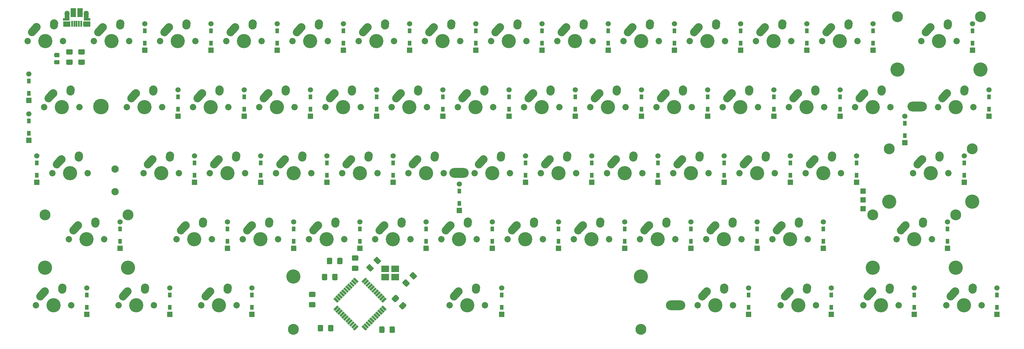
<source format=gbr>
G04 #@! TF.GenerationSoftware,KiCad,Pcbnew,(5.1.6-0-10_14)*
G04 #@! TF.CreationDate,2020-07-08T09:47:10+09:00*
G04 #@! TF.ProjectId,reviung61,72657669-756e-4673-9631-2e6b69636164,1.0*
G04 #@! TF.SameCoordinates,Original*
G04 #@! TF.FileFunction,Soldermask,Bot*
G04 #@! TF.FilePolarity,Negative*
%FSLAX46Y46*%
G04 Gerber Fmt 4.6, Leading zero omitted, Abs format (unit mm)*
G04 Created by KiCad (PCBNEW (5.1.6-0-10_14)) date 2020-07-08 09:47:10*
%MOMM*%
%LPD*%
G01*
G04 APERTURE LIST*
%ADD10C,2.350000*%
%ADD11C,4.087800*%
%ADD12C,1.850000*%
%ADD13C,3.148000*%
%ADD14O,5.600000X2.800000*%
%ADD15C,0.800000*%
%ADD16C,4.500000*%
%ADD17C,0.100000*%
%ADD18R,2.200000X1.900000*%
%ADD19R,1.050000X1.400000*%
%ADD20R,1.497000X1.497000*%
%ADD21C,1.497000*%
%ADD22R,1.450000X2.100000*%
%ADD23R,1.925000X0.800000*%
%ADD24R,2.100000X1.600000*%
%ADD25R,0.500000X1.750000*%
%ADD26O,1.200000X1.600000*%
%ADD27O,1.450000X1.800000*%
%ADD28R,1.530000X2.600000*%
%ADD29C,2.100000*%
%ADD30R,1.624000X1.624000*%
G04 APERTURE END LIST*
G36*
G01*
X153289157Y-102322216D02*
X153289157Y-102322216D01*
G75*
G02*
X152197784Y-101069157I80843J1172216D01*
G01*
X152237784Y-100489157D01*
G75*
G02*
X153490843Y-99397784I1172216J-80843D01*
G01*
X153490843Y-99397784D01*
G75*
G02*
X154582216Y-100650843I-80843J-1172216D01*
G01*
X154542216Y-101230843D01*
G75*
G02*
X153289157Y-102322216I-1172216J80843D01*
G01*
G37*
D10*
X153410000Y-100570000D03*
G36*
G01*
X146275291Y-103984560D02*
X146275291Y-103984561D01*
G75*
G02*
X146185439Y-102325291I784709J874561D01*
G01*
X147495441Y-100865291D01*
G75*
G02*
X149154711Y-100775439I874561J-784709D01*
G01*
X149154711Y-100775439D01*
G75*
G02*
X149244563Y-102434709I-784709J-874561D01*
G01*
X147934561Y-103894709D01*
G75*
G02*
X146275291Y-103984561I-874561J784709D01*
G01*
G37*
D11*
X150870000Y-105650000D03*
D10*
X148370000Y-101650000D03*
D12*
X145790000Y-105650000D03*
X155950000Y-105650000D03*
D13*
X100870100Y-112635000D03*
X200869900Y-112635000D03*
D11*
X100870100Y-97395000D03*
X200869900Y-97395000D03*
G36*
G01*
X58049157Y-102322216D02*
X58049157Y-102322216D01*
G75*
G02*
X56957784Y-101069157I80843J1172216D01*
G01*
X56997784Y-100489157D01*
G75*
G02*
X58250843Y-99397784I1172216J-80843D01*
G01*
X58250843Y-99397784D01*
G75*
G02*
X59342216Y-100650843I-80843J-1172216D01*
G01*
X59302216Y-101230843D01*
G75*
G02*
X58049157Y-102322216I-1172216J80843D01*
G01*
G37*
D10*
X58170000Y-100570000D03*
G36*
G01*
X51035291Y-103984560D02*
X51035291Y-103984561D01*
G75*
G02*
X50945439Y-102325291I784709J874561D01*
G01*
X52255441Y-100865291D01*
G75*
G02*
X53914711Y-100775439I874561J-784709D01*
G01*
X53914711Y-100775439D01*
G75*
G02*
X54004563Y-102434709I-784709J-874561D01*
G01*
X52694561Y-103894709D01*
G75*
G02*
X51035291Y-103984561I-874561J784709D01*
G01*
G37*
D11*
X55630000Y-105650000D03*
D10*
X53130000Y-101650000D03*
D12*
X50550000Y-105650000D03*
X60710000Y-105650000D03*
D14*
X148470000Y-67450000D03*
X280350000Y-48340000D03*
X210790000Y-105660000D03*
D15*
X46646726Y-47173274D03*
X45480000Y-46690000D03*
X44313274Y-47173274D03*
X43830000Y-48340000D03*
X44313274Y-49506726D03*
X45480000Y-49990000D03*
X46646726Y-49506726D03*
X47130000Y-48340000D03*
D16*
X45480000Y-48340000D03*
G36*
G01*
X109387500Y-111592544D02*
X109387500Y-112907456D01*
G75*
G02*
X109119956Y-113175000I-267544J0D01*
G01*
X108130044Y-113175000D01*
G75*
G02*
X107862500Y-112907456I0J267544D01*
G01*
X107862500Y-111592544D01*
G75*
G02*
X108130044Y-111325000I267544J0D01*
G01*
X109119956Y-111325000D01*
G75*
G02*
X109387500Y-111592544I0J-267544D01*
G01*
G37*
G36*
G01*
X112362500Y-111592544D02*
X112362500Y-112907456D01*
G75*
G02*
X112094956Y-113175000I-267544J0D01*
G01*
X111105044Y-113175000D01*
G75*
G02*
X110837500Y-112907456I0J267544D01*
G01*
X110837500Y-111592544D01*
G75*
G02*
X111105044Y-111325000I267544J0D01*
G01*
X112094956Y-111325000D01*
G75*
G02*
X112362500Y-111592544I0J-267544D01*
G01*
G37*
G36*
G01*
X133304061Y-105874277D02*
X132374277Y-106804060D01*
G75*
G02*
X131995913Y-106804060I-189182J189182D01*
G01*
X131295940Y-106104087D01*
G75*
G02*
X131295940Y-105725723I189182J189182D01*
G01*
X132225723Y-104795940D01*
G75*
G02*
X132604087Y-104795940I189182J-189182D01*
G01*
X133304060Y-105495913D01*
G75*
G02*
X133304060Y-105874277I-189182J-189182D01*
G01*
G37*
G36*
G01*
X131200419Y-103770635D02*
X130270635Y-104700418D01*
G75*
G02*
X129892271Y-104700418I-189182J189182D01*
G01*
X129192298Y-104000445D01*
G75*
G02*
X129192298Y-103622081I189182J189182D01*
G01*
X130122081Y-102692298D01*
G75*
G02*
X130500445Y-102692298I189182J-189182D01*
G01*
X131200418Y-103392271D01*
G75*
G02*
X131200418Y-103770635I-189182J-189182D01*
G01*
G37*
G36*
G01*
X119257456Y-92787500D02*
X117942544Y-92787500D01*
G75*
G02*
X117675000Y-92519956I0J267544D01*
G01*
X117675000Y-91530044D01*
G75*
G02*
X117942544Y-91262500I267544J0D01*
G01*
X119257456Y-91262500D01*
G75*
G02*
X119525000Y-91530044I0J-267544D01*
G01*
X119525000Y-92519956D01*
G75*
G02*
X119257456Y-92787500I-267544J0D01*
G01*
G37*
G36*
G01*
X119257456Y-95762500D02*
X117942544Y-95762500D01*
G75*
G02*
X117675000Y-95494956I0J267544D01*
G01*
X117675000Y-94505044D01*
G75*
G02*
X117942544Y-94237500I267544J0D01*
G01*
X119257456Y-94237500D01*
G75*
G02*
X119525000Y-94505044I0J-267544D01*
G01*
X119525000Y-95494956D01*
G75*
G02*
X119257456Y-95762500I-267544J0D01*
G01*
G37*
G36*
G01*
X105592544Y-101762500D02*
X106907456Y-101762500D01*
G75*
G02*
X107175000Y-102030044I0J-267544D01*
G01*
X107175000Y-103019956D01*
G75*
G02*
X106907456Y-103287500I-267544J0D01*
G01*
X105592544Y-103287500D01*
G75*
G02*
X105325000Y-103019956I0J267544D01*
G01*
X105325000Y-102030044D01*
G75*
G02*
X105592544Y-101762500I267544J0D01*
G01*
G37*
G36*
G01*
X105592544Y-104737500D02*
X106907456Y-104737500D01*
G75*
G02*
X107175000Y-105005044I0J-267544D01*
G01*
X107175000Y-105994956D01*
G75*
G02*
X106907456Y-106262500I-267544J0D01*
G01*
X105592544Y-106262500D01*
G75*
G02*
X105325000Y-105994956I0J267544D01*
G01*
X105325000Y-105005044D01*
G75*
G02*
X105592544Y-104737500I267544J0D01*
G01*
G37*
G36*
G01*
X135279365Y-98150419D02*
X134349582Y-97220635D01*
G75*
G02*
X134349582Y-96842271I189182J189182D01*
G01*
X135049555Y-96142298D01*
G75*
G02*
X135427919Y-96142298I189182J-189182D01*
G01*
X136357702Y-97072081D01*
G75*
G02*
X136357702Y-97450445I-189182J-189182D01*
G01*
X135657729Y-98150418D01*
G75*
G02*
X135279365Y-98150418I-189182J189182D01*
G01*
G37*
G36*
G01*
X133175723Y-100254061D02*
X132245940Y-99324277D01*
G75*
G02*
X132245940Y-98945913I189182J189182D01*
G01*
X132945913Y-98245940D01*
G75*
G02*
X133324277Y-98245940I189182J-189182D01*
G01*
X134254060Y-99175723D01*
G75*
G02*
X134254060Y-99554087I-189182J-189182D01*
G01*
X133554087Y-100254060D01*
G75*
G02*
X133175723Y-100254060I-189182J189182D01*
G01*
G37*
G36*
G01*
X125074277Y-91745939D02*
X126004060Y-92675723D01*
G75*
G02*
X126004060Y-93054087I-189182J-189182D01*
G01*
X125304087Y-93754060D01*
G75*
G02*
X124925723Y-93754060I-189182J189182D01*
G01*
X123995940Y-92824277D01*
G75*
G02*
X123995940Y-92445913I189182J189182D01*
G01*
X124695913Y-91745940D01*
G75*
G02*
X125074277Y-91745940I189182J-189182D01*
G01*
G37*
G36*
G01*
X122970635Y-93849581D02*
X123900418Y-94779365D01*
G75*
G02*
X123900418Y-95157729I-189182J-189182D01*
G01*
X123200445Y-95857702D01*
G75*
G02*
X122822081Y-95857702I-189182J189182D01*
G01*
X121892298Y-94927919D01*
G75*
G02*
X121892298Y-94549555I189182J189182D01*
G01*
X122592271Y-93849582D01*
G75*
G02*
X122970635Y-93849582I189182J-189182D01*
G01*
G37*
G36*
G01*
X113550000Y-96842544D02*
X113550000Y-98157456D01*
G75*
G02*
X113282456Y-98425000I-267544J0D01*
G01*
X112292544Y-98425000D01*
G75*
G02*
X112025000Y-98157456I0J267544D01*
G01*
X112025000Y-96842544D01*
G75*
G02*
X112292544Y-96575000I267544J0D01*
G01*
X113282456Y-96575000D01*
G75*
G02*
X113550000Y-96842544I0J-267544D01*
G01*
G37*
G36*
G01*
X110575000Y-96842544D02*
X110575000Y-98157456D01*
G75*
G02*
X110307456Y-98425000I-267544J0D01*
G01*
X109317544Y-98425000D01*
G75*
G02*
X109050000Y-98157456I0J267544D01*
G01*
X109050000Y-96842544D01*
G75*
G02*
X109317544Y-96575000I267544J0D01*
G01*
X110307456Y-96575000D01*
G75*
G02*
X110575000Y-96842544I0J-267544D01*
G01*
G37*
G36*
G01*
X33278262Y-36175000D02*
X32321738Y-36175000D01*
G75*
G02*
X32050000Y-35903262I0J271738D01*
G01*
X32050000Y-35196738D01*
G75*
G02*
X32321738Y-34925000I271738J0D01*
G01*
X33278262Y-34925000D01*
G75*
G02*
X33550000Y-35196738I0J-271738D01*
G01*
X33550000Y-35903262D01*
G75*
G02*
X33278262Y-36175000I-271738J0D01*
G01*
G37*
G36*
G01*
X33278262Y-34125000D02*
X32321738Y-34125000D01*
G75*
G02*
X32050000Y-33853262I0J271738D01*
G01*
X32050000Y-33146738D01*
G75*
G02*
X32321738Y-32875000I271738J0D01*
G01*
X33278262Y-32875000D01*
G75*
G02*
X33550000Y-33146738I0J-271738D01*
G01*
X33550000Y-33853262D01*
G75*
G02*
X33278262Y-34125000I-271738J0D01*
G01*
G37*
G36*
G01*
X114962500Y-92242544D02*
X114962500Y-93557456D01*
G75*
G02*
X114694956Y-93825000I-267544J0D01*
G01*
X113705044Y-93825000D01*
G75*
G02*
X113437500Y-93557456I0J267544D01*
G01*
X113437500Y-92242544D01*
G75*
G02*
X113705044Y-91975000I267544J0D01*
G01*
X114694956Y-91975000D01*
G75*
G02*
X114962500Y-92242544I0J-267544D01*
G01*
G37*
G36*
G01*
X111987500Y-92242544D02*
X111987500Y-93557456D01*
G75*
G02*
X111719956Y-93825000I-267544J0D01*
G01*
X110730044Y-93825000D01*
G75*
G02*
X110462500Y-93557456I0J267544D01*
G01*
X110462500Y-92242544D01*
G75*
G02*
X110730044Y-91975000I267544J0D01*
G01*
X111719956Y-91975000D01*
G75*
G02*
X111987500Y-92242544I0J-267544D01*
G01*
G37*
G36*
G01*
X40557456Y-36290000D02*
X39242544Y-36290000D01*
G75*
G02*
X38975000Y-36022456I0J267544D01*
G01*
X38975000Y-35032544D01*
G75*
G02*
X39242544Y-34765000I267544J0D01*
G01*
X40557456Y-34765000D01*
G75*
G02*
X40825000Y-35032544I0J-267544D01*
G01*
X40825000Y-36022456D01*
G75*
G02*
X40557456Y-36290000I-267544J0D01*
G01*
G37*
G36*
G01*
X40557456Y-33315000D02*
X39242544Y-33315000D01*
G75*
G02*
X38975000Y-33047456I0J267544D01*
G01*
X38975000Y-32057544D01*
G75*
G02*
X39242544Y-31790000I267544J0D01*
G01*
X40557456Y-31790000D01*
G75*
G02*
X40825000Y-32057544I0J-267544D01*
G01*
X40825000Y-33047456D01*
G75*
G02*
X40557456Y-33315000I-267544J0D01*
G01*
G37*
G36*
G01*
X37057456Y-33315000D02*
X35742544Y-33315000D01*
G75*
G02*
X35475000Y-33047456I0J267544D01*
G01*
X35475000Y-32057544D01*
G75*
G02*
X35742544Y-31790000I267544J0D01*
G01*
X37057456Y-31790000D01*
G75*
G02*
X37325000Y-32057544I0J-267544D01*
G01*
X37325000Y-33047456D01*
G75*
G02*
X37057456Y-33315000I-267544J0D01*
G01*
G37*
G36*
G01*
X37057456Y-36290000D02*
X35742544Y-36290000D01*
G75*
G02*
X35475000Y-36022456I0J267544D01*
G01*
X35475000Y-35032544D01*
G75*
G02*
X35742544Y-34765000I267544J0D01*
G01*
X37057456Y-34765000D01*
G75*
G02*
X37325000Y-35032544I0J-267544D01*
G01*
X37325000Y-36022456D01*
G75*
G02*
X37057456Y-36290000I-267544J0D01*
G01*
G37*
G36*
G01*
X127062500Y-112042544D02*
X127062500Y-113357456D01*
G75*
G02*
X126794956Y-113625000I-267544J0D01*
G01*
X125805044Y-113625000D01*
G75*
G02*
X125537500Y-113357456I0J267544D01*
G01*
X125537500Y-112042544D01*
G75*
G02*
X125805044Y-111775000I267544J0D01*
G01*
X126794956Y-111775000D01*
G75*
G02*
X127062500Y-112042544I0J-267544D01*
G01*
G37*
G36*
G01*
X130037500Y-112042544D02*
X130037500Y-113357456D01*
G75*
G02*
X129769956Y-113625000I-267544J0D01*
G01*
X128780044Y-113625000D01*
G75*
G02*
X128512500Y-113357456I0J267544D01*
G01*
X128512500Y-112042544D01*
G75*
G02*
X128780044Y-111775000I267544J0D01*
G01*
X129769956Y-111775000D01*
G75*
G02*
X130037500Y-112042544I0J-267544D01*
G01*
G37*
G36*
G01*
X31869157Y-26092216D02*
X31869157Y-26092216D01*
G75*
G02*
X30777784Y-24839157I80843J1172216D01*
G01*
X30817784Y-24259157D01*
G75*
G02*
X32070843Y-23167784I1172216J-80843D01*
G01*
X32070843Y-23167784D01*
G75*
G02*
X33162216Y-24420843I-80843J-1172216D01*
G01*
X33122216Y-25000843D01*
G75*
G02*
X31869157Y-26092216I-1172216J80843D01*
G01*
G37*
D10*
X31990000Y-24340000D03*
G36*
G01*
X24855291Y-27754560D02*
X24855291Y-27754561D01*
G75*
G02*
X24765439Y-26095291I784709J874561D01*
G01*
X26075441Y-24635291D01*
G75*
G02*
X27734711Y-24545439I874561J-784709D01*
G01*
X27734711Y-24545439D01*
G75*
G02*
X27824563Y-26204709I-784709J-874561D01*
G01*
X26514561Y-27664709D01*
G75*
G02*
X24855291Y-27754561I-874561J784709D01*
G01*
G37*
D11*
X29450000Y-29420000D03*
D10*
X26950000Y-25420000D03*
D12*
X24370000Y-29420000D03*
X34530000Y-29420000D03*
X53580000Y-29450000D03*
X43420000Y-29450000D03*
D10*
X46000000Y-25450000D03*
D11*
X48500000Y-29450000D03*
G36*
G01*
X43905291Y-27784560D02*
X43905291Y-27784561D01*
G75*
G02*
X43815439Y-26125291I784709J874561D01*
G01*
X45125441Y-24665291D01*
G75*
G02*
X46784711Y-24575439I874561J-784709D01*
G01*
X46784711Y-24575439D01*
G75*
G02*
X46874563Y-26234709I-784709J-874561D01*
G01*
X45564561Y-27694709D01*
G75*
G02*
X43905291Y-27784561I-874561J784709D01*
G01*
G37*
D10*
X51040000Y-24370000D03*
G36*
G01*
X50919157Y-26122216D02*
X50919157Y-26122216D01*
G75*
G02*
X49827784Y-24869157I80843J1172216D01*
G01*
X49867784Y-24289157D01*
G75*
G02*
X51120843Y-23197784I1172216J-80843D01*
G01*
X51120843Y-23197784D01*
G75*
G02*
X52212216Y-24450843I-80843J-1172216D01*
G01*
X52172216Y-25030843D01*
G75*
G02*
X50919157Y-26122216I-1172216J80843D01*
G01*
G37*
G36*
G01*
X69969157Y-26122216D02*
X69969157Y-26122216D01*
G75*
G02*
X68877784Y-24869157I80843J1172216D01*
G01*
X68917784Y-24289157D01*
G75*
G02*
X70170843Y-23197784I1172216J-80843D01*
G01*
X70170843Y-23197784D01*
G75*
G02*
X71262216Y-24450843I-80843J-1172216D01*
G01*
X71222216Y-25030843D01*
G75*
G02*
X69969157Y-26122216I-1172216J80843D01*
G01*
G37*
X70090000Y-24370000D03*
G36*
G01*
X62955291Y-27784560D02*
X62955291Y-27784561D01*
G75*
G02*
X62865439Y-26125291I784709J874561D01*
G01*
X64175441Y-24665291D01*
G75*
G02*
X65834711Y-24575439I874561J-784709D01*
G01*
X65834711Y-24575439D01*
G75*
G02*
X65924563Y-26234709I-784709J-874561D01*
G01*
X64614561Y-27694709D01*
G75*
G02*
X62955291Y-27784561I-874561J784709D01*
G01*
G37*
D11*
X67550000Y-29450000D03*
D10*
X65050000Y-25450000D03*
D12*
X62470000Y-29450000D03*
X72630000Y-29450000D03*
X91680000Y-29450000D03*
X81520000Y-29450000D03*
D10*
X84100000Y-25450000D03*
D11*
X86600000Y-29450000D03*
G36*
G01*
X82005291Y-27784560D02*
X82005291Y-27784561D01*
G75*
G02*
X81915439Y-26125291I784709J874561D01*
G01*
X83225441Y-24665291D01*
G75*
G02*
X84884711Y-24575439I874561J-784709D01*
G01*
X84884711Y-24575439D01*
G75*
G02*
X84974563Y-26234709I-784709J-874561D01*
G01*
X83664561Y-27694709D01*
G75*
G02*
X82005291Y-27784561I-874561J784709D01*
G01*
G37*
D10*
X89140000Y-24370000D03*
G36*
G01*
X89019157Y-26122216D02*
X89019157Y-26122216D01*
G75*
G02*
X87927784Y-24869157I80843J1172216D01*
G01*
X87967784Y-24289157D01*
G75*
G02*
X89220843Y-23197784I1172216J-80843D01*
G01*
X89220843Y-23197784D01*
G75*
G02*
X90312216Y-24450843I-80843J-1172216D01*
G01*
X90272216Y-25030843D01*
G75*
G02*
X89019157Y-26122216I-1172216J80843D01*
G01*
G37*
D12*
X110730000Y-29450000D03*
X100570000Y-29450000D03*
D10*
X103150000Y-25450000D03*
D11*
X105650000Y-29450000D03*
G36*
G01*
X101055291Y-27784560D02*
X101055291Y-27784561D01*
G75*
G02*
X100965439Y-26125291I784709J874561D01*
G01*
X102275441Y-24665291D01*
G75*
G02*
X103934711Y-24575439I874561J-784709D01*
G01*
X103934711Y-24575439D01*
G75*
G02*
X104024563Y-26234709I-784709J-874561D01*
G01*
X102714561Y-27694709D01*
G75*
G02*
X101055291Y-27784561I-874561J784709D01*
G01*
G37*
D10*
X108190000Y-24370000D03*
G36*
G01*
X108069157Y-26122216D02*
X108069157Y-26122216D01*
G75*
G02*
X106977784Y-24869157I80843J1172216D01*
G01*
X107017784Y-24289157D01*
G75*
G02*
X108270843Y-23197784I1172216J-80843D01*
G01*
X108270843Y-23197784D01*
G75*
G02*
X109362216Y-24450843I-80843J-1172216D01*
G01*
X109322216Y-25030843D01*
G75*
G02*
X108069157Y-26122216I-1172216J80843D01*
G01*
G37*
G36*
G01*
X127119157Y-26122216D02*
X127119157Y-26122216D01*
G75*
G02*
X126027784Y-24869157I80843J1172216D01*
G01*
X126067784Y-24289157D01*
G75*
G02*
X127320843Y-23197784I1172216J-80843D01*
G01*
X127320843Y-23197784D01*
G75*
G02*
X128412216Y-24450843I-80843J-1172216D01*
G01*
X128372216Y-25030843D01*
G75*
G02*
X127119157Y-26122216I-1172216J80843D01*
G01*
G37*
X127240000Y-24370000D03*
G36*
G01*
X120105291Y-27784560D02*
X120105291Y-27784561D01*
G75*
G02*
X120015439Y-26125291I784709J874561D01*
G01*
X121325441Y-24665291D01*
G75*
G02*
X122984711Y-24575439I874561J-784709D01*
G01*
X122984711Y-24575439D01*
G75*
G02*
X123074563Y-26234709I-784709J-874561D01*
G01*
X121764561Y-27694709D01*
G75*
G02*
X120105291Y-27784561I-874561J784709D01*
G01*
G37*
D11*
X124700000Y-29450000D03*
D10*
X122200000Y-25450000D03*
D12*
X119620000Y-29450000D03*
X129780000Y-29450000D03*
X148830000Y-29450000D03*
X138670000Y-29450000D03*
D10*
X141250000Y-25450000D03*
D11*
X143750000Y-29450000D03*
G36*
G01*
X139155291Y-27784560D02*
X139155291Y-27784561D01*
G75*
G02*
X139065439Y-26125291I784709J874561D01*
G01*
X140375441Y-24665291D01*
G75*
G02*
X142034711Y-24575439I874561J-784709D01*
G01*
X142034711Y-24575439D01*
G75*
G02*
X142124563Y-26234709I-784709J-874561D01*
G01*
X140814561Y-27694709D01*
G75*
G02*
X139155291Y-27784561I-874561J784709D01*
G01*
G37*
D10*
X146290000Y-24370000D03*
G36*
G01*
X146169157Y-26122216D02*
X146169157Y-26122216D01*
G75*
G02*
X145077784Y-24869157I80843J1172216D01*
G01*
X145117784Y-24289157D01*
G75*
G02*
X146370843Y-23197784I1172216J-80843D01*
G01*
X146370843Y-23197784D01*
G75*
G02*
X147462216Y-24450843I-80843J-1172216D01*
G01*
X147422216Y-25030843D01*
G75*
G02*
X146169157Y-26122216I-1172216J80843D01*
G01*
G37*
D12*
X167880000Y-29450000D03*
X157720000Y-29450000D03*
D10*
X160300000Y-25450000D03*
D11*
X162800000Y-29450000D03*
G36*
G01*
X158205291Y-27784560D02*
X158205291Y-27784561D01*
G75*
G02*
X158115439Y-26125291I784709J874561D01*
G01*
X159425441Y-24665291D01*
G75*
G02*
X161084711Y-24575439I874561J-784709D01*
G01*
X161084711Y-24575439D01*
G75*
G02*
X161174563Y-26234709I-784709J-874561D01*
G01*
X159864561Y-27694709D01*
G75*
G02*
X158205291Y-27784561I-874561J784709D01*
G01*
G37*
D10*
X165340000Y-24370000D03*
G36*
G01*
X165219157Y-26122216D02*
X165219157Y-26122216D01*
G75*
G02*
X164127784Y-24869157I80843J1172216D01*
G01*
X164167784Y-24289157D01*
G75*
G02*
X165420843Y-23197784I1172216J-80843D01*
G01*
X165420843Y-23197784D01*
G75*
G02*
X166512216Y-24450843I-80843J-1172216D01*
G01*
X166472216Y-25030843D01*
G75*
G02*
X165219157Y-26122216I-1172216J80843D01*
G01*
G37*
D12*
X186930000Y-29450000D03*
X176770000Y-29450000D03*
D10*
X179350000Y-25450000D03*
D11*
X181850000Y-29450000D03*
G36*
G01*
X177255291Y-27784560D02*
X177255291Y-27784561D01*
G75*
G02*
X177165439Y-26125291I784709J874561D01*
G01*
X178475441Y-24665291D01*
G75*
G02*
X180134711Y-24575439I874561J-784709D01*
G01*
X180134711Y-24575439D01*
G75*
G02*
X180224563Y-26234709I-784709J-874561D01*
G01*
X178914561Y-27694709D01*
G75*
G02*
X177255291Y-27784561I-874561J784709D01*
G01*
G37*
D10*
X184390000Y-24370000D03*
G36*
G01*
X184269157Y-26122216D02*
X184269157Y-26122216D01*
G75*
G02*
X183177784Y-24869157I80843J1172216D01*
G01*
X183217784Y-24289157D01*
G75*
G02*
X184470843Y-23197784I1172216J-80843D01*
G01*
X184470843Y-23197784D01*
G75*
G02*
X185562216Y-24450843I-80843J-1172216D01*
G01*
X185522216Y-25030843D01*
G75*
G02*
X184269157Y-26122216I-1172216J80843D01*
G01*
G37*
D12*
X205980000Y-29450000D03*
X195820000Y-29450000D03*
D10*
X198400000Y-25450000D03*
D11*
X200900000Y-29450000D03*
G36*
G01*
X196305291Y-27784560D02*
X196305291Y-27784561D01*
G75*
G02*
X196215439Y-26125291I784709J874561D01*
G01*
X197525441Y-24665291D01*
G75*
G02*
X199184711Y-24575439I874561J-784709D01*
G01*
X199184711Y-24575439D01*
G75*
G02*
X199274563Y-26234709I-784709J-874561D01*
G01*
X197964561Y-27694709D01*
G75*
G02*
X196305291Y-27784561I-874561J784709D01*
G01*
G37*
D10*
X203440000Y-24370000D03*
G36*
G01*
X203319157Y-26122216D02*
X203319157Y-26122216D01*
G75*
G02*
X202227784Y-24869157I80843J1172216D01*
G01*
X202267784Y-24289157D01*
G75*
G02*
X203520843Y-23197784I1172216J-80843D01*
G01*
X203520843Y-23197784D01*
G75*
G02*
X204612216Y-24450843I-80843J-1172216D01*
G01*
X204572216Y-25030843D01*
G75*
G02*
X203319157Y-26122216I-1172216J80843D01*
G01*
G37*
D12*
X225030000Y-29450000D03*
X214870000Y-29450000D03*
D10*
X217450000Y-25450000D03*
D11*
X219950000Y-29450000D03*
G36*
G01*
X215355291Y-27784560D02*
X215355291Y-27784561D01*
G75*
G02*
X215265439Y-26125291I784709J874561D01*
G01*
X216575441Y-24665291D01*
G75*
G02*
X218234711Y-24575439I874561J-784709D01*
G01*
X218234711Y-24575439D01*
G75*
G02*
X218324563Y-26234709I-784709J-874561D01*
G01*
X217014561Y-27694709D01*
G75*
G02*
X215355291Y-27784561I-874561J784709D01*
G01*
G37*
D10*
X222490000Y-24370000D03*
G36*
G01*
X222369157Y-26122216D02*
X222369157Y-26122216D01*
G75*
G02*
X221277784Y-24869157I80843J1172216D01*
G01*
X221317784Y-24289157D01*
G75*
G02*
X222570843Y-23197784I1172216J-80843D01*
G01*
X222570843Y-23197784D01*
G75*
G02*
X223662216Y-24450843I-80843J-1172216D01*
G01*
X223622216Y-25030843D01*
G75*
G02*
X222369157Y-26122216I-1172216J80843D01*
G01*
G37*
G36*
G01*
X241419157Y-26122216D02*
X241419157Y-26122216D01*
G75*
G02*
X240327784Y-24869157I80843J1172216D01*
G01*
X240367784Y-24289157D01*
G75*
G02*
X241620843Y-23197784I1172216J-80843D01*
G01*
X241620843Y-23197784D01*
G75*
G02*
X242712216Y-24450843I-80843J-1172216D01*
G01*
X242672216Y-25030843D01*
G75*
G02*
X241419157Y-26122216I-1172216J80843D01*
G01*
G37*
X241540000Y-24370000D03*
G36*
G01*
X234405291Y-27784560D02*
X234405291Y-27784561D01*
G75*
G02*
X234315439Y-26125291I784709J874561D01*
G01*
X235625441Y-24665291D01*
G75*
G02*
X237284711Y-24575439I874561J-784709D01*
G01*
X237284711Y-24575439D01*
G75*
G02*
X237374563Y-26234709I-784709J-874561D01*
G01*
X236064561Y-27694709D01*
G75*
G02*
X234405291Y-27784561I-874561J784709D01*
G01*
G37*
D11*
X239000000Y-29450000D03*
D10*
X236500000Y-25450000D03*
D12*
X233920000Y-29450000D03*
X244080000Y-29450000D03*
X263130000Y-29450000D03*
X252970000Y-29450000D03*
D10*
X255550000Y-25450000D03*
D11*
X258050000Y-29450000D03*
G36*
G01*
X253455291Y-27784560D02*
X253455291Y-27784561D01*
G75*
G02*
X253365439Y-26125291I784709J874561D01*
G01*
X254675441Y-24665291D01*
G75*
G02*
X256334711Y-24575439I874561J-784709D01*
G01*
X256334711Y-24575439D01*
G75*
G02*
X256424563Y-26234709I-784709J-874561D01*
G01*
X255114561Y-27694709D01*
G75*
G02*
X253455291Y-27784561I-874561J784709D01*
G01*
G37*
D10*
X260590000Y-24370000D03*
G36*
G01*
X260469157Y-26122216D02*
X260469157Y-26122216D01*
G75*
G02*
X259377784Y-24869157I80843J1172216D01*
G01*
X259417784Y-24289157D01*
G75*
G02*
X260670843Y-23197784I1172216J-80843D01*
G01*
X260670843Y-23197784D01*
G75*
G02*
X261762216Y-24450843I-80843J-1172216D01*
G01*
X261722216Y-25030843D01*
G75*
G02*
X260469157Y-26122216I-1172216J80843D01*
G01*
G37*
G36*
G01*
X289044157Y-26122216D02*
X289044157Y-26122216D01*
G75*
G02*
X287952784Y-24869157I80843J1172216D01*
G01*
X287992784Y-24289157D01*
G75*
G02*
X289245843Y-23197784I1172216J-80843D01*
G01*
X289245843Y-23197784D01*
G75*
G02*
X290337216Y-24450843I-80843J-1172216D01*
G01*
X290297216Y-25030843D01*
G75*
G02*
X289044157Y-26122216I-1172216J80843D01*
G01*
G37*
X289165000Y-24370000D03*
G36*
G01*
X282030291Y-27784560D02*
X282030291Y-27784561D01*
G75*
G02*
X281940439Y-26125291I784709J874561D01*
G01*
X283250441Y-24665291D01*
G75*
G02*
X284909711Y-24575439I874561J-784709D01*
G01*
X284909711Y-24575439D01*
G75*
G02*
X284999563Y-26234709I-784709J-874561D01*
G01*
X283689561Y-27694709D01*
G75*
G02*
X282030291Y-27784561I-874561J784709D01*
G01*
G37*
D11*
X286625000Y-29450000D03*
D10*
X284125000Y-25450000D03*
D12*
X281545000Y-29450000D03*
X291705000Y-29450000D03*
D13*
X274687000Y-22465000D03*
X298563000Y-22465000D03*
D11*
X274687000Y-37705000D03*
X298563000Y-37705000D03*
D12*
X39292500Y-48500000D03*
X29132500Y-48500000D03*
D10*
X31712500Y-44500000D03*
D11*
X34212500Y-48500000D03*
G36*
G01*
X29617791Y-46834560D02*
X29617791Y-46834561D01*
G75*
G02*
X29527939Y-45175291I784709J874561D01*
G01*
X30837941Y-43715291D01*
G75*
G02*
X32497211Y-43625439I874561J-784709D01*
G01*
X32497211Y-43625439D01*
G75*
G02*
X32587063Y-45284709I-784709J-874561D01*
G01*
X31277061Y-46744709D01*
G75*
G02*
X29617791Y-46834561I-874561J784709D01*
G01*
G37*
D10*
X36752500Y-43420000D03*
G36*
G01*
X36631657Y-45172216D02*
X36631657Y-45172216D01*
G75*
G02*
X35540284Y-43919157I80843J1172216D01*
G01*
X35580284Y-43339157D01*
G75*
G02*
X36833343Y-42247784I1172216J-80843D01*
G01*
X36833343Y-42247784D01*
G75*
G02*
X37924716Y-43500843I-80843J-1172216D01*
G01*
X37884716Y-44080843D01*
G75*
G02*
X36631657Y-45172216I-1172216J80843D01*
G01*
G37*
D12*
X63105000Y-48500000D03*
X52945000Y-48500000D03*
D10*
X55525000Y-44500000D03*
D11*
X58025000Y-48500000D03*
G36*
G01*
X53430291Y-46834560D02*
X53430291Y-46834561D01*
G75*
G02*
X53340439Y-45175291I784709J874561D01*
G01*
X54650441Y-43715291D01*
G75*
G02*
X56309711Y-43625439I874561J-784709D01*
G01*
X56309711Y-43625439D01*
G75*
G02*
X56399563Y-45284709I-784709J-874561D01*
G01*
X55089561Y-46744709D01*
G75*
G02*
X53430291Y-46834561I-874561J784709D01*
G01*
G37*
D10*
X60565000Y-43420000D03*
G36*
G01*
X60444157Y-45172216D02*
X60444157Y-45172216D01*
G75*
G02*
X59352784Y-43919157I80843J1172216D01*
G01*
X59392784Y-43339157D01*
G75*
G02*
X60645843Y-42247784I1172216J-80843D01*
G01*
X60645843Y-42247784D01*
G75*
G02*
X61737216Y-43500843I-80843J-1172216D01*
G01*
X61697216Y-44080843D01*
G75*
G02*
X60444157Y-45172216I-1172216J80843D01*
G01*
G37*
D12*
X82155000Y-48500000D03*
X71995000Y-48500000D03*
D10*
X74575000Y-44500000D03*
D11*
X77075000Y-48500000D03*
G36*
G01*
X72480291Y-46834560D02*
X72480291Y-46834561D01*
G75*
G02*
X72390439Y-45175291I784709J874561D01*
G01*
X73700441Y-43715291D01*
G75*
G02*
X75359711Y-43625439I874561J-784709D01*
G01*
X75359711Y-43625439D01*
G75*
G02*
X75449563Y-45284709I-784709J-874561D01*
G01*
X74139561Y-46744709D01*
G75*
G02*
X72480291Y-46834561I-874561J784709D01*
G01*
G37*
D10*
X79615000Y-43420000D03*
G36*
G01*
X79494157Y-45172216D02*
X79494157Y-45172216D01*
G75*
G02*
X78402784Y-43919157I80843J1172216D01*
G01*
X78442784Y-43339157D01*
G75*
G02*
X79695843Y-42247784I1172216J-80843D01*
G01*
X79695843Y-42247784D01*
G75*
G02*
X80787216Y-43500843I-80843J-1172216D01*
G01*
X80747216Y-44080843D01*
G75*
G02*
X79494157Y-45172216I-1172216J80843D01*
G01*
G37*
D12*
X101205000Y-48500000D03*
X91045000Y-48500000D03*
D10*
X93625000Y-44500000D03*
D11*
X96125000Y-48500000D03*
G36*
G01*
X91530291Y-46834560D02*
X91530291Y-46834561D01*
G75*
G02*
X91440439Y-45175291I784709J874561D01*
G01*
X92750441Y-43715291D01*
G75*
G02*
X94409711Y-43625439I874561J-784709D01*
G01*
X94409711Y-43625439D01*
G75*
G02*
X94499563Y-45284709I-784709J-874561D01*
G01*
X93189561Y-46744709D01*
G75*
G02*
X91530291Y-46834561I-874561J784709D01*
G01*
G37*
D10*
X98665000Y-43420000D03*
G36*
G01*
X98544157Y-45172216D02*
X98544157Y-45172216D01*
G75*
G02*
X97452784Y-43919157I80843J1172216D01*
G01*
X97492784Y-43339157D01*
G75*
G02*
X98745843Y-42247784I1172216J-80843D01*
G01*
X98745843Y-42247784D01*
G75*
G02*
X99837216Y-43500843I-80843J-1172216D01*
G01*
X99797216Y-44080843D01*
G75*
G02*
X98544157Y-45172216I-1172216J80843D01*
G01*
G37*
D12*
X120255000Y-48500000D03*
X110095000Y-48500000D03*
D10*
X112675000Y-44500000D03*
D11*
X115175000Y-48500000D03*
G36*
G01*
X110580291Y-46834560D02*
X110580291Y-46834561D01*
G75*
G02*
X110490439Y-45175291I784709J874561D01*
G01*
X111800441Y-43715291D01*
G75*
G02*
X113459711Y-43625439I874561J-784709D01*
G01*
X113459711Y-43625439D01*
G75*
G02*
X113549563Y-45284709I-784709J-874561D01*
G01*
X112239561Y-46744709D01*
G75*
G02*
X110580291Y-46834561I-874561J784709D01*
G01*
G37*
D10*
X117715000Y-43420000D03*
G36*
G01*
X117594157Y-45172216D02*
X117594157Y-45172216D01*
G75*
G02*
X116502784Y-43919157I80843J1172216D01*
G01*
X116542784Y-43339157D01*
G75*
G02*
X117795843Y-42247784I1172216J-80843D01*
G01*
X117795843Y-42247784D01*
G75*
G02*
X118887216Y-43500843I-80843J-1172216D01*
G01*
X118847216Y-44080843D01*
G75*
G02*
X117594157Y-45172216I-1172216J80843D01*
G01*
G37*
D12*
X139305000Y-48500000D03*
X129145000Y-48500000D03*
D10*
X131725000Y-44500000D03*
D11*
X134225000Y-48500000D03*
G36*
G01*
X129630291Y-46834560D02*
X129630291Y-46834561D01*
G75*
G02*
X129540439Y-45175291I784709J874561D01*
G01*
X130850441Y-43715291D01*
G75*
G02*
X132509711Y-43625439I874561J-784709D01*
G01*
X132509711Y-43625439D01*
G75*
G02*
X132599563Y-45284709I-784709J-874561D01*
G01*
X131289561Y-46744709D01*
G75*
G02*
X129630291Y-46834561I-874561J784709D01*
G01*
G37*
D10*
X136765000Y-43420000D03*
G36*
G01*
X136644157Y-45172216D02*
X136644157Y-45172216D01*
G75*
G02*
X135552784Y-43919157I80843J1172216D01*
G01*
X135592784Y-43339157D01*
G75*
G02*
X136845843Y-42247784I1172216J-80843D01*
G01*
X136845843Y-42247784D01*
G75*
G02*
X137937216Y-43500843I-80843J-1172216D01*
G01*
X137897216Y-44080843D01*
G75*
G02*
X136644157Y-45172216I-1172216J80843D01*
G01*
G37*
D12*
X158355000Y-48500000D03*
X148195000Y-48500000D03*
D10*
X150775000Y-44500000D03*
D11*
X153275000Y-48500000D03*
G36*
G01*
X148680291Y-46834560D02*
X148680291Y-46834561D01*
G75*
G02*
X148590439Y-45175291I784709J874561D01*
G01*
X149900441Y-43715291D01*
G75*
G02*
X151559711Y-43625439I874561J-784709D01*
G01*
X151559711Y-43625439D01*
G75*
G02*
X151649563Y-45284709I-784709J-874561D01*
G01*
X150339561Y-46744709D01*
G75*
G02*
X148680291Y-46834561I-874561J784709D01*
G01*
G37*
D10*
X155815000Y-43420000D03*
G36*
G01*
X155694157Y-45172216D02*
X155694157Y-45172216D01*
G75*
G02*
X154602784Y-43919157I80843J1172216D01*
G01*
X154642784Y-43339157D01*
G75*
G02*
X155895843Y-42247784I1172216J-80843D01*
G01*
X155895843Y-42247784D01*
G75*
G02*
X156987216Y-43500843I-80843J-1172216D01*
G01*
X156947216Y-44080843D01*
G75*
G02*
X155694157Y-45172216I-1172216J80843D01*
G01*
G37*
D12*
X177405000Y-48500000D03*
X167245000Y-48500000D03*
D10*
X169825000Y-44500000D03*
D11*
X172325000Y-48500000D03*
G36*
G01*
X167730291Y-46834560D02*
X167730291Y-46834561D01*
G75*
G02*
X167640439Y-45175291I784709J874561D01*
G01*
X168950441Y-43715291D01*
G75*
G02*
X170609711Y-43625439I874561J-784709D01*
G01*
X170609711Y-43625439D01*
G75*
G02*
X170699563Y-45284709I-784709J-874561D01*
G01*
X169389561Y-46744709D01*
G75*
G02*
X167730291Y-46834561I-874561J784709D01*
G01*
G37*
D10*
X174865000Y-43420000D03*
G36*
G01*
X174744157Y-45172216D02*
X174744157Y-45172216D01*
G75*
G02*
X173652784Y-43919157I80843J1172216D01*
G01*
X173692784Y-43339157D01*
G75*
G02*
X174945843Y-42247784I1172216J-80843D01*
G01*
X174945843Y-42247784D01*
G75*
G02*
X176037216Y-43500843I-80843J-1172216D01*
G01*
X175997216Y-44080843D01*
G75*
G02*
X174744157Y-45172216I-1172216J80843D01*
G01*
G37*
D12*
X196455000Y-48500000D03*
X186295000Y-48500000D03*
D10*
X188875000Y-44500000D03*
D11*
X191375000Y-48500000D03*
G36*
G01*
X186780291Y-46834560D02*
X186780291Y-46834561D01*
G75*
G02*
X186690439Y-45175291I784709J874561D01*
G01*
X188000441Y-43715291D01*
G75*
G02*
X189659711Y-43625439I874561J-784709D01*
G01*
X189659711Y-43625439D01*
G75*
G02*
X189749563Y-45284709I-784709J-874561D01*
G01*
X188439561Y-46744709D01*
G75*
G02*
X186780291Y-46834561I-874561J784709D01*
G01*
G37*
D10*
X193915000Y-43420000D03*
G36*
G01*
X193794157Y-45172216D02*
X193794157Y-45172216D01*
G75*
G02*
X192702784Y-43919157I80843J1172216D01*
G01*
X192742784Y-43339157D01*
G75*
G02*
X193995843Y-42247784I1172216J-80843D01*
G01*
X193995843Y-42247784D01*
G75*
G02*
X195087216Y-43500843I-80843J-1172216D01*
G01*
X195047216Y-44080843D01*
G75*
G02*
X193794157Y-45172216I-1172216J80843D01*
G01*
G37*
D12*
X215505000Y-48500000D03*
X205345000Y-48500000D03*
D10*
X207925000Y-44500000D03*
D11*
X210425000Y-48500000D03*
G36*
G01*
X205830291Y-46834560D02*
X205830291Y-46834561D01*
G75*
G02*
X205740439Y-45175291I784709J874561D01*
G01*
X207050441Y-43715291D01*
G75*
G02*
X208709711Y-43625439I874561J-784709D01*
G01*
X208709711Y-43625439D01*
G75*
G02*
X208799563Y-45284709I-784709J-874561D01*
G01*
X207489561Y-46744709D01*
G75*
G02*
X205830291Y-46834561I-874561J784709D01*
G01*
G37*
D10*
X212965000Y-43420000D03*
G36*
G01*
X212844157Y-45172216D02*
X212844157Y-45172216D01*
G75*
G02*
X211752784Y-43919157I80843J1172216D01*
G01*
X211792784Y-43339157D01*
G75*
G02*
X213045843Y-42247784I1172216J-80843D01*
G01*
X213045843Y-42247784D01*
G75*
G02*
X214137216Y-43500843I-80843J-1172216D01*
G01*
X214097216Y-44080843D01*
G75*
G02*
X212844157Y-45172216I-1172216J80843D01*
G01*
G37*
D12*
X234555000Y-48500000D03*
X224395000Y-48500000D03*
D10*
X226975000Y-44500000D03*
D11*
X229475000Y-48500000D03*
G36*
G01*
X224880291Y-46834560D02*
X224880291Y-46834561D01*
G75*
G02*
X224790439Y-45175291I784709J874561D01*
G01*
X226100441Y-43715291D01*
G75*
G02*
X227759711Y-43625439I874561J-784709D01*
G01*
X227759711Y-43625439D01*
G75*
G02*
X227849563Y-45284709I-784709J-874561D01*
G01*
X226539561Y-46744709D01*
G75*
G02*
X224880291Y-46834561I-874561J784709D01*
G01*
G37*
D10*
X232015000Y-43420000D03*
G36*
G01*
X231894157Y-45172216D02*
X231894157Y-45172216D01*
G75*
G02*
X230802784Y-43919157I80843J1172216D01*
G01*
X230842784Y-43339157D01*
G75*
G02*
X232095843Y-42247784I1172216J-80843D01*
G01*
X232095843Y-42247784D01*
G75*
G02*
X233187216Y-43500843I-80843J-1172216D01*
G01*
X233147216Y-44080843D01*
G75*
G02*
X231894157Y-45172216I-1172216J80843D01*
G01*
G37*
D12*
X253605000Y-48500000D03*
X243445000Y-48500000D03*
D10*
X246025000Y-44500000D03*
D11*
X248525000Y-48500000D03*
G36*
G01*
X243930291Y-46834560D02*
X243930291Y-46834561D01*
G75*
G02*
X243840439Y-45175291I784709J874561D01*
G01*
X245150441Y-43715291D01*
G75*
G02*
X246809711Y-43625439I874561J-784709D01*
G01*
X246809711Y-43625439D01*
G75*
G02*
X246899563Y-45284709I-784709J-874561D01*
G01*
X245589561Y-46744709D01*
G75*
G02*
X243930291Y-46834561I-874561J784709D01*
G01*
G37*
D10*
X251065000Y-43420000D03*
G36*
G01*
X250944157Y-45172216D02*
X250944157Y-45172216D01*
G75*
G02*
X249852784Y-43919157I80843J1172216D01*
G01*
X249892784Y-43339157D01*
G75*
G02*
X251145843Y-42247784I1172216J-80843D01*
G01*
X251145843Y-42247784D01*
G75*
G02*
X252237216Y-43500843I-80843J-1172216D01*
G01*
X252197216Y-44080843D01*
G75*
G02*
X250944157Y-45172216I-1172216J80843D01*
G01*
G37*
D12*
X272655000Y-48500000D03*
X262495000Y-48500000D03*
D10*
X265075000Y-44500000D03*
D11*
X267575000Y-48500000D03*
G36*
G01*
X262980291Y-46834560D02*
X262980291Y-46834561D01*
G75*
G02*
X262890439Y-45175291I784709J874561D01*
G01*
X264200441Y-43715291D01*
G75*
G02*
X265859711Y-43625439I874561J-784709D01*
G01*
X265859711Y-43625439D01*
G75*
G02*
X265949563Y-45284709I-784709J-874561D01*
G01*
X264639561Y-46744709D01*
G75*
G02*
X262980291Y-46834561I-874561J784709D01*
G01*
G37*
D10*
X270115000Y-43420000D03*
G36*
G01*
X269994157Y-45172216D02*
X269994157Y-45172216D01*
G75*
G02*
X268902784Y-43919157I80843J1172216D01*
G01*
X268942784Y-43339157D01*
G75*
G02*
X270195843Y-42247784I1172216J-80843D01*
G01*
X270195843Y-42247784D01*
G75*
G02*
X271287216Y-43500843I-80843J-1172216D01*
G01*
X271247216Y-44080843D01*
G75*
G02*
X269994157Y-45172216I-1172216J80843D01*
G01*
G37*
D12*
X296467500Y-48500000D03*
X286307500Y-48500000D03*
D10*
X288887500Y-44500000D03*
D11*
X291387500Y-48500000D03*
G36*
G01*
X286792791Y-46834560D02*
X286792791Y-46834561D01*
G75*
G02*
X286702939Y-45175291I784709J874561D01*
G01*
X288012941Y-43715291D01*
G75*
G02*
X289672211Y-43625439I874561J-784709D01*
G01*
X289672211Y-43625439D01*
G75*
G02*
X289762063Y-45284709I-784709J-874561D01*
G01*
X288452061Y-46744709D01*
G75*
G02*
X286792791Y-46834561I-874561J784709D01*
G01*
G37*
D10*
X293927500Y-43420000D03*
G36*
G01*
X293806657Y-45172216D02*
X293806657Y-45172216D01*
G75*
G02*
X292715284Y-43919157I80843J1172216D01*
G01*
X292755284Y-43339157D01*
G75*
G02*
X294008343Y-42247784I1172216J-80843D01*
G01*
X294008343Y-42247784D01*
G75*
G02*
X295099716Y-43500843I-80843J-1172216D01*
G01*
X295059716Y-44080843D01*
G75*
G02*
X293806657Y-45172216I-1172216J80843D01*
G01*
G37*
D12*
X41673750Y-67550000D03*
X31513750Y-67550000D03*
D10*
X34093750Y-63550000D03*
D11*
X36593750Y-67550000D03*
G36*
G01*
X31999041Y-65884560D02*
X31999041Y-65884561D01*
G75*
G02*
X31909189Y-64225291I784709J874561D01*
G01*
X33219191Y-62765291D01*
G75*
G02*
X34878461Y-62675439I874561J-784709D01*
G01*
X34878461Y-62675439D01*
G75*
G02*
X34968313Y-64334709I-784709J-874561D01*
G01*
X33658311Y-65794709D01*
G75*
G02*
X31999041Y-65884561I-874561J784709D01*
G01*
G37*
D10*
X39133750Y-62470000D03*
G36*
G01*
X39012907Y-64222216D02*
X39012907Y-64222216D01*
G75*
G02*
X37921534Y-62969157I80843J1172216D01*
G01*
X37961534Y-62389157D01*
G75*
G02*
X39214593Y-61297784I1172216J-80843D01*
G01*
X39214593Y-61297784D01*
G75*
G02*
X40305966Y-62550843I-80843J-1172216D01*
G01*
X40265966Y-63130843D01*
G75*
G02*
X39012907Y-64222216I-1172216J80843D01*
G01*
G37*
D12*
X67867500Y-67550000D03*
X57707500Y-67550000D03*
D10*
X60287500Y-63550000D03*
D11*
X62787500Y-67550000D03*
G36*
G01*
X58192791Y-65884560D02*
X58192791Y-65884561D01*
G75*
G02*
X58102939Y-64225291I784709J874561D01*
G01*
X59412941Y-62765291D01*
G75*
G02*
X61072211Y-62675439I874561J-784709D01*
G01*
X61072211Y-62675439D01*
G75*
G02*
X61162063Y-64334709I-784709J-874561D01*
G01*
X59852061Y-65794709D01*
G75*
G02*
X58192791Y-65884561I-874561J784709D01*
G01*
G37*
D10*
X65327500Y-62470000D03*
G36*
G01*
X65206657Y-64222216D02*
X65206657Y-64222216D01*
G75*
G02*
X64115284Y-62969157I80843J1172216D01*
G01*
X64155284Y-62389157D01*
G75*
G02*
X65408343Y-61297784I1172216J-80843D01*
G01*
X65408343Y-61297784D01*
G75*
G02*
X66499716Y-62550843I-80843J-1172216D01*
G01*
X66459716Y-63130843D01*
G75*
G02*
X65206657Y-64222216I-1172216J80843D01*
G01*
G37*
D12*
X86917500Y-67550000D03*
X76757500Y-67550000D03*
D10*
X79337500Y-63550000D03*
D11*
X81837500Y-67550000D03*
G36*
G01*
X77242791Y-65884560D02*
X77242791Y-65884561D01*
G75*
G02*
X77152939Y-64225291I784709J874561D01*
G01*
X78462941Y-62765291D01*
G75*
G02*
X80122211Y-62675439I874561J-784709D01*
G01*
X80122211Y-62675439D01*
G75*
G02*
X80212063Y-64334709I-784709J-874561D01*
G01*
X78902061Y-65794709D01*
G75*
G02*
X77242791Y-65884561I-874561J784709D01*
G01*
G37*
D10*
X84377500Y-62470000D03*
G36*
G01*
X84256657Y-64222216D02*
X84256657Y-64222216D01*
G75*
G02*
X83165284Y-62969157I80843J1172216D01*
G01*
X83205284Y-62389157D01*
G75*
G02*
X84458343Y-61297784I1172216J-80843D01*
G01*
X84458343Y-61297784D01*
G75*
G02*
X85549716Y-62550843I-80843J-1172216D01*
G01*
X85509716Y-63130843D01*
G75*
G02*
X84256657Y-64222216I-1172216J80843D01*
G01*
G37*
D12*
X105967500Y-67550000D03*
X95807500Y-67550000D03*
D10*
X98387500Y-63550000D03*
D11*
X100887500Y-67550000D03*
G36*
G01*
X96292791Y-65884560D02*
X96292791Y-65884561D01*
G75*
G02*
X96202939Y-64225291I784709J874561D01*
G01*
X97512941Y-62765291D01*
G75*
G02*
X99172211Y-62675439I874561J-784709D01*
G01*
X99172211Y-62675439D01*
G75*
G02*
X99262063Y-64334709I-784709J-874561D01*
G01*
X97952061Y-65794709D01*
G75*
G02*
X96292791Y-65884561I-874561J784709D01*
G01*
G37*
D10*
X103427500Y-62470000D03*
G36*
G01*
X103306657Y-64222216D02*
X103306657Y-64222216D01*
G75*
G02*
X102215284Y-62969157I80843J1172216D01*
G01*
X102255284Y-62389157D01*
G75*
G02*
X103508343Y-61297784I1172216J-80843D01*
G01*
X103508343Y-61297784D01*
G75*
G02*
X104599716Y-62550843I-80843J-1172216D01*
G01*
X104559716Y-63130843D01*
G75*
G02*
X103306657Y-64222216I-1172216J80843D01*
G01*
G37*
G36*
G01*
X122356657Y-64222216D02*
X122356657Y-64222216D01*
G75*
G02*
X121265284Y-62969157I80843J1172216D01*
G01*
X121305284Y-62389157D01*
G75*
G02*
X122558343Y-61297784I1172216J-80843D01*
G01*
X122558343Y-61297784D01*
G75*
G02*
X123649716Y-62550843I-80843J-1172216D01*
G01*
X123609716Y-63130843D01*
G75*
G02*
X122356657Y-64222216I-1172216J80843D01*
G01*
G37*
X122477500Y-62470000D03*
G36*
G01*
X115342791Y-65884560D02*
X115342791Y-65884561D01*
G75*
G02*
X115252939Y-64225291I784709J874561D01*
G01*
X116562941Y-62765291D01*
G75*
G02*
X118222211Y-62675439I874561J-784709D01*
G01*
X118222211Y-62675439D01*
G75*
G02*
X118312063Y-64334709I-784709J-874561D01*
G01*
X117002061Y-65794709D01*
G75*
G02*
X115342791Y-65884561I-874561J784709D01*
G01*
G37*
D11*
X119937500Y-67550000D03*
D10*
X117437500Y-63550000D03*
D12*
X114857500Y-67550000D03*
X125017500Y-67550000D03*
X144067500Y-67550000D03*
X133907500Y-67550000D03*
D10*
X136487500Y-63550000D03*
D11*
X138987500Y-67550000D03*
G36*
G01*
X134392791Y-65884560D02*
X134392791Y-65884561D01*
G75*
G02*
X134302939Y-64225291I784709J874561D01*
G01*
X135612941Y-62765291D01*
G75*
G02*
X137272211Y-62675439I874561J-784709D01*
G01*
X137272211Y-62675439D01*
G75*
G02*
X137362063Y-64334709I-784709J-874561D01*
G01*
X136052061Y-65794709D01*
G75*
G02*
X134392791Y-65884561I-874561J784709D01*
G01*
G37*
D10*
X141527500Y-62470000D03*
G36*
G01*
X141406657Y-64222216D02*
X141406657Y-64222216D01*
G75*
G02*
X140315284Y-62969157I80843J1172216D01*
G01*
X140355284Y-62389157D01*
G75*
G02*
X141608343Y-61297784I1172216J-80843D01*
G01*
X141608343Y-61297784D01*
G75*
G02*
X142699716Y-62550843I-80843J-1172216D01*
G01*
X142659716Y-63130843D01*
G75*
G02*
X141406657Y-64222216I-1172216J80843D01*
G01*
G37*
G36*
G01*
X160456657Y-64222216D02*
X160456657Y-64222216D01*
G75*
G02*
X159365284Y-62969157I80843J1172216D01*
G01*
X159405284Y-62389157D01*
G75*
G02*
X160658343Y-61297784I1172216J-80843D01*
G01*
X160658343Y-61297784D01*
G75*
G02*
X161749716Y-62550843I-80843J-1172216D01*
G01*
X161709716Y-63130843D01*
G75*
G02*
X160456657Y-64222216I-1172216J80843D01*
G01*
G37*
X160577500Y-62470000D03*
G36*
G01*
X153442791Y-65884560D02*
X153442791Y-65884561D01*
G75*
G02*
X153352939Y-64225291I784709J874561D01*
G01*
X154662941Y-62765291D01*
G75*
G02*
X156322211Y-62675439I874561J-784709D01*
G01*
X156322211Y-62675439D01*
G75*
G02*
X156412063Y-64334709I-784709J-874561D01*
G01*
X155102061Y-65794709D01*
G75*
G02*
X153442791Y-65884561I-874561J784709D01*
G01*
G37*
D11*
X158037500Y-67550000D03*
D10*
X155537500Y-63550000D03*
D12*
X152957500Y-67550000D03*
X163117500Y-67550000D03*
G36*
G01*
X179506657Y-64222216D02*
X179506657Y-64222216D01*
G75*
G02*
X178415284Y-62969157I80843J1172216D01*
G01*
X178455284Y-62389157D01*
G75*
G02*
X179708343Y-61297784I1172216J-80843D01*
G01*
X179708343Y-61297784D01*
G75*
G02*
X180799716Y-62550843I-80843J-1172216D01*
G01*
X180759716Y-63130843D01*
G75*
G02*
X179506657Y-64222216I-1172216J80843D01*
G01*
G37*
D10*
X179627500Y-62470000D03*
G36*
G01*
X172492791Y-65884560D02*
X172492791Y-65884561D01*
G75*
G02*
X172402939Y-64225291I784709J874561D01*
G01*
X173712941Y-62765291D01*
G75*
G02*
X175372211Y-62675439I874561J-784709D01*
G01*
X175372211Y-62675439D01*
G75*
G02*
X175462063Y-64334709I-784709J-874561D01*
G01*
X174152061Y-65794709D01*
G75*
G02*
X172492791Y-65884561I-874561J784709D01*
G01*
G37*
D11*
X177087500Y-67550000D03*
D10*
X174587500Y-63550000D03*
D12*
X172007500Y-67550000D03*
X182167500Y-67550000D03*
G36*
G01*
X198556657Y-64222216D02*
X198556657Y-64222216D01*
G75*
G02*
X197465284Y-62969157I80843J1172216D01*
G01*
X197505284Y-62389157D01*
G75*
G02*
X198758343Y-61297784I1172216J-80843D01*
G01*
X198758343Y-61297784D01*
G75*
G02*
X199849716Y-62550843I-80843J-1172216D01*
G01*
X199809716Y-63130843D01*
G75*
G02*
X198556657Y-64222216I-1172216J80843D01*
G01*
G37*
D10*
X198677500Y-62470000D03*
G36*
G01*
X191542791Y-65884560D02*
X191542791Y-65884561D01*
G75*
G02*
X191452939Y-64225291I784709J874561D01*
G01*
X192762941Y-62765291D01*
G75*
G02*
X194422211Y-62675439I874561J-784709D01*
G01*
X194422211Y-62675439D01*
G75*
G02*
X194512063Y-64334709I-784709J-874561D01*
G01*
X193202061Y-65794709D01*
G75*
G02*
X191542791Y-65884561I-874561J784709D01*
G01*
G37*
D11*
X196137500Y-67550000D03*
D10*
X193637500Y-63550000D03*
D12*
X191057500Y-67550000D03*
X201217500Y-67550000D03*
G36*
G01*
X217606657Y-64222216D02*
X217606657Y-64222216D01*
G75*
G02*
X216515284Y-62969157I80843J1172216D01*
G01*
X216555284Y-62389157D01*
G75*
G02*
X217808343Y-61297784I1172216J-80843D01*
G01*
X217808343Y-61297784D01*
G75*
G02*
X218899716Y-62550843I-80843J-1172216D01*
G01*
X218859716Y-63130843D01*
G75*
G02*
X217606657Y-64222216I-1172216J80843D01*
G01*
G37*
D10*
X217727500Y-62470000D03*
G36*
G01*
X210592791Y-65884560D02*
X210592791Y-65884561D01*
G75*
G02*
X210502939Y-64225291I784709J874561D01*
G01*
X211812941Y-62765291D01*
G75*
G02*
X213472211Y-62675439I874561J-784709D01*
G01*
X213472211Y-62675439D01*
G75*
G02*
X213562063Y-64334709I-784709J-874561D01*
G01*
X212252061Y-65794709D01*
G75*
G02*
X210592791Y-65884561I-874561J784709D01*
G01*
G37*
D11*
X215187500Y-67550000D03*
D10*
X212687500Y-63550000D03*
D12*
X210107500Y-67550000D03*
X220267500Y-67550000D03*
G36*
G01*
X236656657Y-64222216D02*
X236656657Y-64222216D01*
G75*
G02*
X235565284Y-62969157I80843J1172216D01*
G01*
X235605284Y-62389157D01*
G75*
G02*
X236858343Y-61297784I1172216J-80843D01*
G01*
X236858343Y-61297784D01*
G75*
G02*
X237949716Y-62550843I-80843J-1172216D01*
G01*
X237909716Y-63130843D01*
G75*
G02*
X236656657Y-64222216I-1172216J80843D01*
G01*
G37*
D10*
X236777500Y-62470000D03*
G36*
G01*
X229642791Y-65884560D02*
X229642791Y-65884561D01*
G75*
G02*
X229552939Y-64225291I784709J874561D01*
G01*
X230862941Y-62765291D01*
G75*
G02*
X232522211Y-62675439I874561J-784709D01*
G01*
X232522211Y-62675439D01*
G75*
G02*
X232612063Y-64334709I-784709J-874561D01*
G01*
X231302061Y-65794709D01*
G75*
G02*
X229642791Y-65884561I-874561J784709D01*
G01*
G37*
D11*
X234237500Y-67550000D03*
D10*
X231737500Y-63550000D03*
D12*
X229157500Y-67550000D03*
X239317500Y-67550000D03*
G36*
G01*
X255706657Y-64222216D02*
X255706657Y-64222216D01*
G75*
G02*
X254615284Y-62969157I80843J1172216D01*
G01*
X254655284Y-62389157D01*
G75*
G02*
X255908343Y-61297784I1172216J-80843D01*
G01*
X255908343Y-61297784D01*
G75*
G02*
X256999716Y-62550843I-80843J-1172216D01*
G01*
X256959716Y-63130843D01*
G75*
G02*
X255706657Y-64222216I-1172216J80843D01*
G01*
G37*
D10*
X255827500Y-62470000D03*
G36*
G01*
X248692791Y-65884560D02*
X248692791Y-65884561D01*
G75*
G02*
X248602939Y-64225291I784709J874561D01*
G01*
X249912941Y-62765291D01*
G75*
G02*
X251572211Y-62675439I874561J-784709D01*
G01*
X251572211Y-62675439D01*
G75*
G02*
X251662063Y-64334709I-784709J-874561D01*
G01*
X250352061Y-65794709D01*
G75*
G02*
X248692791Y-65884561I-874561J784709D01*
G01*
G37*
D11*
X253287500Y-67550000D03*
D10*
X250787500Y-63550000D03*
D12*
X248207500Y-67550000D03*
X258367500Y-67550000D03*
G36*
G01*
X286662907Y-64222216D02*
X286662907Y-64222216D01*
G75*
G02*
X285571534Y-62969157I80843J1172216D01*
G01*
X285611534Y-62389157D01*
G75*
G02*
X286864593Y-61297784I1172216J-80843D01*
G01*
X286864593Y-61297784D01*
G75*
G02*
X287955966Y-62550843I-80843J-1172216D01*
G01*
X287915966Y-63130843D01*
G75*
G02*
X286662907Y-64222216I-1172216J80843D01*
G01*
G37*
D10*
X286783750Y-62470000D03*
G36*
G01*
X279649041Y-65884560D02*
X279649041Y-65884561D01*
G75*
G02*
X279559189Y-64225291I784709J874561D01*
G01*
X280869191Y-62765291D01*
G75*
G02*
X282528461Y-62675439I874561J-784709D01*
G01*
X282528461Y-62675439D01*
G75*
G02*
X282618313Y-64334709I-784709J-874561D01*
G01*
X281308311Y-65794709D01*
G75*
G02*
X279649041Y-65884561I-874561J784709D01*
G01*
G37*
D11*
X284243750Y-67550000D03*
D10*
X281743750Y-63550000D03*
D12*
X279163750Y-67550000D03*
X289323750Y-67550000D03*
D13*
X272305750Y-60565000D03*
X296181750Y-60565000D03*
D11*
X272305750Y-75805000D03*
X296181750Y-75805000D03*
X53294250Y-94855000D03*
X29418250Y-94855000D03*
D13*
X53294250Y-79615000D03*
X29418250Y-79615000D03*
D12*
X46436250Y-86600000D03*
X36276250Y-86600000D03*
D10*
X38856250Y-82600000D03*
D11*
X41356250Y-86600000D03*
G36*
G01*
X36761541Y-84934560D02*
X36761541Y-84934561D01*
G75*
G02*
X36671689Y-83275291I784709J874561D01*
G01*
X37981691Y-81815291D01*
G75*
G02*
X39640961Y-81725439I874561J-784709D01*
G01*
X39640961Y-81725439D01*
G75*
G02*
X39730813Y-83384709I-784709J-874561D01*
G01*
X38420811Y-84844709D01*
G75*
G02*
X36761541Y-84934561I-874561J784709D01*
G01*
G37*
D10*
X43896250Y-81520000D03*
G36*
G01*
X43775407Y-83272216D02*
X43775407Y-83272216D01*
G75*
G02*
X42684034Y-82019157I80843J1172216D01*
G01*
X42724034Y-81439157D01*
G75*
G02*
X43977093Y-80347784I1172216J-80843D01*
G01*
X43977093Y-80347784D01*
G75*
G02*
X45068466Y-81600843I-80843J-1172216D01*
G01*
X45028466Y-82180843D01*
G75*
G02*
X43775407Y-83272216I-1172216J80843D01*
G01*
G37*
G36*
G01*
X74731657Y-83272216D02*
X74731657Y-83272216D01*
G75*
G02*
X73640284Y-82019157I80843J1172216D01*
G01*
X73680284Y-81439157D01*
G75*
G02*
X74933343Y-80347784I1172216J-80843D01*
G01*
X74933343Y-80347784D01*
G75*
G02*
X76024716Y-81600843I-80843J-1172216D01*
G01*
X75984716Y-82180843D01*
G75*
G02*
X74731657Y-83272216I-1172216J80843D01*
G01*
G37*
X74852500Y-81520000D03*
G36*
G01*
X67717791Y-84934560D02*
X67717791Y-84934561D01*
G75*
G02*
X67627939Y-83275291I784709J874561D01*
G01*
X68937941Y-81815291D01*
G75*
G02*
X70597211Y-81725439I874561J-784709D01*
G01*
X70597211Y-81725439D01*
G75*
G02*
X70687063Y-83384709I-784709J-874561D01*
G01*
X69377061Y-84844709D01*
G75*
G02*
X67717791Y-84934561I-874561J784709D01*
G01*
G37*
D11*
X72312500Y-86600000D03*
D10*
X69812500Y-82600000D03*
D12*
X67232500Y-86600000D03*
X77392500Y-86600000D03*
G36*
G01*
X93781657Y-83272216D02*
X93781657Y-83272216D01*
G75*
G02*
X92690284Y-82019157I80843J1172216D01*
G01*
X92730284Y-81439157D01*
G75*
G02*
X93983343Y-80347784I1172216J-80843D01*
G01*
X93983343Y-80347784D01*
G75*
G02*
X95074716Y-81600843I-80843J-1172216D01*
G01*
X95034716Y-82180843D01*
G75*
G02*
X93781657Y-83272216I-1172216J80843D01*
G01*
G37*
D10*
X93902500Y-81520000D03*
G36*
G01*
X86767791Y-84934560D02*
X86767791Y-84934561D01*
G75*
G02*
X86677939Y-83275291I784709J874561D01*
G01*
X87987941Y-81815291D01*
G75*
G02*
X89647211Y-81725439I874561J-784709D01*
G01*
X89647211Y-81725439D01*
G75*
G02*
X89737063Y-83384709I-784709J-874561D01*
G01*
X88427061Y-84844709D01*
G75*
G02*
X86767791Y-84934561I-874561J784709D01*
G01*
G37*
D11*
X91362500Y-86600000D03*
D10*
X88862500Y-82600000D03*
D12*
X86282500Y-86600000D03*
X96442500Y-86600000D03*
G36*
G01*
X112831657Y-83272216D02*
X112831657Y-83272216D01*
G75*
G02*
X111740284Y-82019157I80843J1172216D01*
G01*
X111780284Y-81439157D01*
G75*
G02*
X113033343Y-80347784I1172216J-80843D01*
G01*
X113033343Y-80347784D01*
G75*
G02*
X114124716Y-81600843I-80843J-1172216D01*
G01*
X114084716Y-82180843D01*
G75*
G02*
X112831657Y-83272216I-1172216J80843D01*
G01*
G37*
D10*
X112952500Y-81520000D03*
G36*
G01*
X105817791Y-84934560D02*
X105817791Y-84934561D01*
G75*
G02*
X105727939Y-83275291I784709J874561D01*
G01*
X107037941Y-81815291D01*
G75*
G02*
X108697211Y-81725439I874561J-784709D01*
G01*
X108697211Y-81725439D01*
G75*
G02*
X108787063Y-83384709I-784709J-874561D01*
G01*
X107477061Y-84844709D01*
G75*
G02*
X105817791Y-84934561I-874561J784709D01*
G01*
G37*
D11*
X110412500Y-86600000D03*
D10*
X107912500Y-82600000D03*
D12*
X105332500Y-86600000D03*
X115492500Y-86600000D03*
G36*
G01*
X131881657Y-83272216D02*
X131881657Y-83272216D01*
G75*
G02*
X130790284Y-82019157I80843J1172216D01*
G01*
X130830284Y-81439157D01*
G75*
G02*
X132083343Y-80347784I1172216J-80843D01*
G01*
X132083343Y-80347784D01*
G75*
G02*
X133174716Y-81600843I-80843J-1172216D01*
G01*
X133134716Y-82180843D01*
G75*
G02*
X131881657Y-83272216I-1172216J80843D01*
G01*
G37*
D10*
X132002500Y-81520000D03*
G36*
G01*
X124867791Y-84934560D02*
X124867791Y-84934561D01*
G75*
G02*
X124777939Y-83275291I784709J874561D01*
G01*
X126087941Y-81815291D01*
G75*
G02*
X127747211Y-81725439I874561J-784709D01*
G01*
X127747211Y-81725439D01*
G75*
G02*
X127837063Y-83384709I-784709J-874561D01*
G01*
X126527061Y-84844709D01*
G75*
G02*
X124867791Y-84934561I-874561J784709D01*
G01*
G37*
D11*
X129462500Y-86600000D03*
D10*
X126962500Y-82600000D03*
D12*
X124382500Y-86600000D03*
X134542500Y-86600000D03*
G36*
G01*
X150931657Y-83272216D02*
X150931657Y-83272216D01*
G75*
G02*
X149840284Y-82019157I80843J1172216D01*
G01*
X149880284Y-81439157D01*
G75*
G02*
X151133343Y-80347784I1172216J-80843D01*
G01*
X151133343Y-80347784D01*
G75*
G02*
X152224716Y-81600843I-80843J-1172216D01*
G01*
X152184716Y-82180843D01*
G75*
G02*
X150931657Y-83272216I-1172216J80843D01*
G01*
G37*
D10*
X151052500Y-81520000D03*
G36*
G01*
X143917791Y-84934560D02*
X143917791Y-84934561D01*
G75*
G02*
X143827939Y-83275291I784709J874561D01*
G01*
X145137941Y-81815291D01*
G75*
G02*
X146797211Y-81725439I874561J-784709D01*
G01*
X146797211Y-81725439D01*
G75*
G02*
X146887063Y-83384709I-784709J-874561D01*
G01*
X145577061Y-84844709D01*
G75*
G02*
X143917791Y-84934561I-874561J784709D01*
G01*
G37*
D11*
X148512500Y-86600000D03*
D10*
X146012500Y-82600000D03*
D12*
X143432500Y-86600000D03*
X153592500Y-86600000D03*
G36*
G01*
X169981657Y-83272216D02*
X169981657Y-83272216D01*
G75*
G02*
X168890284Y-82019157I80843J1172216D01*
G01*
X168930284Y-81439157D01*
G75*
G02*
X170183343Y-80347784I1172216J-80843D01*
G01*
X170183343Y-80347784D01*
G75*
G02*
X171274716Y-81600843I-80843J-1172216D01*
G01*
X171234716Y-82180843D01*
G75*
G02*
X169981657Y-83272216I-1172216J80843D01*
G01*
G37*
D10*
X170102500Y-81520000D03*
G36*
G01*
X162967791Y-84934560D02*
X162967791Y-84934561D01*
G75*
G02*
X162877939Y-83275291I784709J874561D01*
G01*
X164187941Y-81815291D01*
G75*
G02*
X165847211Y-81725439I874561J-784709D01*
G01*
X165847211Y-81725439D01*
G75*
G02*
X165937063Y-83384709I-784709J-874561D01*
G01*
X164627061Y-84844709D01*
G75*
G02*
X162967791Y-84934561I-874561J784709D01*
G01*
G37*
D11*
X167562500Y-86600000D03*
D10*
X165062500Y-82600000D03*
D12*
X162482500Y-86600000D03*
X172642500Y-86600000D03*
G36*
G01*
X189031657Y-83272216D02*
X189031657Y-83272216D01*
G75*
G02*
X187940284Y-82019157I80843J1172216D01*
G01*
X187980284Y-81439157D01*
G75*
G02*
X189233343Y-80347784I1172216J-80843D01*
G01*
X189233343Y-80347784D01*
G75*
G02*
X190324716Y-81600843I-80843J-1172216D01*
G01*
X190284716Y-82180843D01*
G75*
G02*
X189031657Y-83272216I-1172216J80843D01*
G01*
G37*
D10*
X189152500Y-81520000D03*
G36*
G01*
X182017791Y-84934560D02*
X182017791Y-84934561D01*
G75*
G02*
X181927939Y-83275291I784709J874561D01*
G01*
X183237941Y-81815291D01*
G75*
G02*
X184897211Y-81725439I874561J-784709D01*
G01*
X184897211Y-81725439D01*
G75*
G02*
X184987063Y-83384709I-784709J-874561D01*
G01*
X183677061Y-84844709D01*
G75*
G02*
X182017791Y-84934561I-874561J784709D01*
G01*
G37*
D11*
X186612500Y-86600000D03*
D10*
X184112500Y-82600000D03*
D12*
X181532500Y-86600000D03*
X191692500Y-86600000D03*
G36*
G01*
X208081657Y-83272216D02*
X208081657Y-83272216D01*
G75*
G02*
X206990284Y-82019157I80843J1172216D01*
G01*
X207030284Y-81439157D01*
G75*
G02*
X208283343Y-80347784I1172216J-80843D01*
G01*
X208283343Y-80347784D01*
G75*
G02*
X209374716Y-81600843I-80843J-1172216D01*
G01*
X209334716Y-82180843D01*
G75*
G02*
X208081657Y-83272216I-1172216J80843D01*
G01*
G37*
D10*
X208202500Y-81520000D03*
G36*
G01*
X201067791Y-84934560D02*
X201067791Y-84934561D01*
G75*
G02*
X200977939Y-83275291I784709J874561D01*
G01*
X202287941Y-81815291D01*
G75*
G02*
X203947211Y-81725439I874561J-784709D01*
G01*
X203947211Y-81725439D01*
G75*
G02*
X204037063Y-83384709I-784709J-874561D01*
G01*
X202727061Y-84844709D01*
G75*
G02*
X201067791Y-84934561I-874561J784709D01*
G01*
G37*
D11*
X205662500Y-86600000D03*
D10*
X203162500Y-82600000D03*
D12*
X200582500Y-86600000D03*
X210742500Y-86600000D03*
G36*
G01*
X227131657Y-83272216D02*
X227131657Y-83272216D01*
G75*
G02*
X226040284Y-82019157I80843J1172216D01*
G01*
X226080284Y-81439157D01*
G75*
G02*
X227333343Y-80347784I1172216J-80843D01*
G01*
X227333343Y-80347784D01*
G75*
G02*
X228424716Y-81600843I-80843J-1172216D01*
G01*
X228384716Y-82180843D01*
G75*
G02*
X227131657Y-83272216I-1172216J80843D01*
G01*
G37*
D10*
X227252500Y-81520000D03*
G36*
G01*
X220117791Y-84934560D02*
X220117791Y-84934561D01*
G75*
G02*
X220027939Y-83275291I784709J874561D01*
G01*
X221337941Y-81815291D01*
G75*
G02*
X222997211Y-81725439I874561J-784709D01*
G01*
X222997211Y-81725439D01*
G75*
G02*
X223087063Y-83384709I-784709J-874561D01*
G01*
X221777061Y-84844709D01*
G75*
G02*
X220117791Y-84934561I-874561J784709D01*
G01*
G37*
D11*
X224712500Y-86600000D03*
D10*
X222212500Y-82600000D03*
D12*
X219632500Y-86600000D03*
X229792500Y-86600000D03*
G36*
G01*
X246181657Y-83272216D02*
X246181657Y-83272216D01*
G75*
G02*
X245090284Y-82019157I80843J1172216D01*
G01*
X245130284Y-81439157D01*
G75*
G02*
X246383343Y-80347784I1172216J-80843D01*
G01*
X246383343Y-80347784D01*
G75*
G02*
X247474716Y-81600843I-80843J-1172216D01*
G01*
X247434716Y-82180843D01*
G75*
G02*
X246181657Y-83272216I-1172216J80843D01*
G01*
G37*
D10*
X246302500Y-81520000D03*
G36*
G01*
X239167791Y-84934560D02*
X239167791Y-84934561D01*
G75*
G02*
X239077939Y-83275291I784709J874561D01*
G01*
X240387941Y-81815291D01*
G75*
G02*
X242047211Y-81725439I874561J-784709D01*
G01*
X242047211Y-81725439D01*
G75*
G02*
X242137063Y-83384709I-784709J-874561D01*
G01*
X240827061Y-84844709D01*
G75*
G02*
X239167791Y-84934561I-874561J784709D01*
G01*
G37*
D11*
X243762500Y-86600000D03*
D10*
X241262500Y-82600000D03*
D12*
X238682500Y-86600000D03*
X248842500Y-86600000D03*
G36*
G01*
X281900407Y-83272216D02*
X281900407Y-83272216D01*
G75*
G02*
X280809034Y-82019157I80843J1172216D01*
G01*
X280849034Y-81439157D01*
G75*
G02*
X282102093Y-80347784I1172216J-80843D01*
G01*
X282102093Y-80347784D01*
G75*
G02*
X283193466Y-81600843I-80843J-1172216D01*
G01*
X283153466Y-82180843D01*
G75*
G02*
X281900407Y-83272216I-1172216J80843D01*
G01*
G37*
D10*
X282021250Y-81520000D03*
G36*
G01*
X274886541Y-84934560D02*
X274886541Y-84934561D01*
G75*
G02*
X274796689Y-83275291I784709J874561D01*
G01*
X276106691Y-81815291D01*
G75*
G02*
X277765961Y-81725439I874561J-784709D01*
G01*
X277765961Y-81725439D01*
G75*
G02*
X277855813Y-83384709I-784709J-874561D01*
G01*
X276545811Y-84844709D01*
G75*
G02*
X274886541Y-84934561I-874561J784709D01*
G01*
G37*
D11*
X279481250Y-86600000D03*
D10*
X276981250Y-82600000D03*
D12*
X274401250Y-86600000D03*
X284561250Y-86600000D03*
D13*
X267543250Y-79615000D03*
X291419250Y-79615000D03*
D11*
X267543250Y-94855000D03*
X291419250Y-94855000D03*
G36*
G01*
X34250407Y-102322216D02*
X34250407Y-102322216D01*
G75*
G02*
X33159034Y-101069157I80843J1172216D01*
G01*
X33199034Y-100489157D01*
G75*
G02*
X34452093Y-99397784I1172216J-80843D01*
G01*
X34452093Y-99397784D01*
G75*
G02*
X35543466Y-100650843I-80843J-1172216D01*
G01*
X35503466Y-101230843D01*
G75*
G02*
X34250407Y-102322216I-1172216J80843D01*
G01*
G37*
D10*
X34371250Y-100570000D03*
G36*
G01*
X27236541Y-103984560D02*
X27236541Y-103984561D01*
G75*
G02*
X27146689Y-102325291I784709J874561D01*
G01*
X28456691Y-100865291D01*
G75*
G02*
X30115961Y-100775439I874561J-784709D01*
G01*
X30115961Y-100775439D01*
G75*
G02*
X30205813Y-102434709I-784709J-874561D01*
G01*
X28895811Y-103894709D01*
G75*
G02*
X27236541Y-103984561I-874561J784709D01*
G01*
G37*
D11*
X31831250Y-105650000D03*
D10*
X29331250Y-101650000D03*
D12*
X26751250Y-105650000D03*
X36911250Y-105650000D03*
G36*
G01*
X81829157Y-102322216D02*
X81829157Y-102322216D01*
G75*
G02*
X80737784Y-101069157I80843J1172216D01*
G01*
X80777784Y-100489157D01*
G75*
G02*
X82030843Y-99397784I1172216J-80843D01*
G01*
X82030843Y-99397784D01*
G75*
G02*
X83122216Y-100650843I-80843J-1172216D01*
G01*
X83082216Y-101230843D01*
G75*
G02*
X81829157Y-102322216I-1172216J80843D01*
G01*
G37*
D10*
X81950000Y-100570000D03*
G36*
G01*
X74815291Y-103984560D02*
X74815291Y-103984561D01*
G75*
G02*
X74725439Y-102325291I784709J874561D01*
G01*
X76035441Y-100865291D01*
G75*
G02*
X77694711Y-100775439I874561J-784709D01*
G01*
X77694711Y-100775439D01*
G75*
G02*
X77784563Y-102434709I-784709J-874561D01*
G01*
X76474561Y-103894709D01*
G75*
G02*
X74815291Y-103984561I-874561J784709D01*
G01*
G37*
D11*
X79410000Y-105650000D03*
D10*
X76910000Y-101650000D03*
D12*
X74330000Y-105650000D03*
X84490000Y-105650000D03*
G36*
G01*
X224709157Y-102322216D02*
X224709157Y-102322216D01*
G75*
G02*
X223617784Y-101069157I80843J1172216D01*
G01*
X223657784Y-100489157D01*
G75*
G02*
X224910843Y-99397784I1172216J-80843D01*
G01*
X224910843Y-99397784D01*
G75*
G02*
X226002216Y-100650843I-80843J-1172216D01*
G01*
X225962216Y-101230843D01*
G75*
G02*
X224709157Y-102322216I-1172216J80843D01*
G01*
G37*
D10*
X224830000Y-100570000D03*
G36*
G01*
X217695291Y-103984560D02*
X217695291Y-103984561D01*
G75*
G02*
X217605439Y-102325291I784709J874561D01*
G01*
X218915441Y-100865291D01*
G75*
G02*
X220574711Y-100775439I874561J-784709D01*
G01*
X220574711Y-100775439D01*
G75*
G02*
X220664563Y-102434709I-784709J-874561D01*
G01*
X219354561Y-103894709D01*
G75*
G02*
X217695291Y-103984561I-874561J784709D01*
G01*
G37*
D11*
X222290000Y-105650000D03*
D10*
X219790000Y-101650000D03*
D12*
X217210000Y-105650000D03*
X227370000Y-105650000D03*
G36*
G01*
X248509157Y-102322216D02*
X248509157Y-102322216D01*
G75*
G02*
X247417784Y-101069157I80843J1172216D01*
G01*
X247457784Y-100489157D01*
G75*
G02*
X248710843Y-99397784I1172216J-80843D01*
G01*
X248710843Y-99397784D01*
G75*
G02*
X249802216Y-100650843I-80843J-1172216D01*
G01*
X249762216Y-101230843D01*
G75*
G02*
X248509157Y-102322216I-1172216J80843D01*
G01*
G37*
D10*
X248630000Y-100570000D03*
G36*
G01*
X241495291Y-103984560D02*
X241495291Y-103984561D01*
G75*
G02*
X241405439Y-102325291I784709J874561D01*
G01*
X242715441Y-100865291D01*
G75*
G02*
X244374711Y-100775439I874561J-784709D01*
G01*
X244374711Y-100775439D01*
G75*
G02*
X244464563Y-102434709I-784709J-874561D01*
G01*
X243154561Y-103894709D01*
G75*
G02*
X241495291Y-103984561I-874561J784709D01*
G01*
G37*
D11*
X246090000Y-105650000D03*
D10*
X243590000Y-101650000D03*
D12*
X241010000Y-105650000D03*
X251170000Y-105650000D03*
G36*
G01*
X272329157Y-102322216D02*
X272329157Y-102322216D01*
G75*
G02*
X271237784Y-101069157I80843J1172216D01*
G01*
X271277784Y-100489157D01*
G75*
G02*
X272530843Y-99397784I1172216J-80843D01*
G01*
X272530843Y-99397784D01*
G75*
G02*
X273622216Y-100650843I-80843J-1172216D01*
G01*
X273582216Y-101230843D01*
G75*
G02*
X272329157Y-102322216I-1172216J80843D01*
G01*
G37*
D10*
X272450000Y-100570000D03*
G36*
G01*
X265315291Y-103984560D02*
X265315291Y-103984561D01*
G75*
G02*
X265225439Y-102325291I784709J874561D01*
G01*
X266535441Y-100865291D01*
G75*
G02*
X268194711Y-100775439I874561J-784709D01*
G01*
X268194711Y-100775439D01*
G75*
G02*
X268284563Y-102434709I-784709J-874561D01*
G01*
X266974561Y-103894709D01*
G75*
G02*
X265315291Y-103984561I-874561J784709D01*
G01*
G37*
D11*
X269910000Y-105650000D03*
D10*
X267410000Y-101650000D03*
D12*
X264830000Y-105650000D03*
X274990000Y-105650000D03*
G36*
G01*
X296189157Y-102322216D02*
X296189157Y-102322216D01*
G75*
G02*
X295097784Y-101069157I80843J1172216D01*
G01*
X295137784Y-100489157D01*
G75*
G02*
X296390843Y-99397784I1172216J-80843D01*
G01*
X296390843Y-99397784D01*
G75*
G02*
X297482216Y-100650843I-80843J-1172216D01*
G01*
X297442216Y-101230843D01*
G75*
G02*
X296189157Y-102322216I-1172216J80843D01*
G01*
G37*
D10*
X296310000Y-100570000D03*
G36*
G01*
X289175291Y-103984560D02*
X289175291Y-103984561D01*
G75*
G02*
X289085439Y-102325291I784709J874561D01*
G01*
X290395441Y-100865291D01*
G75*
G02*
X292054711Y-100775439I874561J-784709D01*
G01*
X292054711Y-100775439D01*
G75*
G02*
X292144563Y-102434709I-784709J-874561D01*
G01*
X290834561Y-103894709D01*
G75*
G02*
X289175291Y-103984561I-874561J784709D01*
G01*
G37*
D11*
X293770000Y-105650000D03*
D10*
X291270000Y-101650000D03*
D12*
X288690000Y-105650000D03*
X298850000Y-105650000D03*
D17*
G36*
X113494707Y-105699837D02*
G01*
X113954326Y-106159456D01*
X112822955Y-107290827D01*
X112363336Y-106831208D01*
X113494707Y-105699837D01*
G37*
G36*
X114060393Y-106265522D02*
G01*
X114520012Y-106725141D01*
X113388641Y-107856512D01*
X112929022Y-107396893D01*
X114060393Y-106265522D01*
G37*
G36*
X114626078Y-106831207D02*
G01*
X115085697Y-107290826D01*
X113954326Y-108422197D01*
X113494707Y-107962578D01*
X114626078Y-106831207D01*
G37*
G36*
X115191763Y-107396893D02*
G01*
X115651382Y-107856512D01*
X114520011Y-108987883D01*
X114060392Y-108528264D01*
X115191763Y-107396893D01*
G37*
G36*
X115757449Y-107962578D02*
G01*
X116217068Y-108422197D01*
X115085697Y-109553568D01*
X114626078Y-109093949D01*
X115757449Y-107962578D01*
G37*
G36*
X116323134Y-108528264D02*
G01*
X116782753Y-108987883D01*
X115651382Y-110119254D01*
X115191763Y-109659635D01*
X116323134Y-108528264D01*
G37*
G36*
X116888820Y-109093949D02*
G01*
X117348439Y-109553568D01*
X116217068Y-110684939D01*
X115757449Y-110225320D01*
X116888820Y-109093949D01*
G37*
G36*
X117454505Y-109659635D02*
G01*
X117914124Y-110119254D01*
X116782753Y-111250625D01*
X116323134Y-110791006D01*
X117454505Y-109659635D01*
G37*
G36*
X118020191Y-110225320D02*
G01*
X118479810Y-110684939D01*
X117348439Y-111816310D01*
X116888820Y-111356691D01*
X118020191Y-110225320D01*
G37*
G36*
X118585876Y-110791005D02*
G01*
X119045495Y-111250624D01*
X117914124Y-112381995D01*
X117454505Y-111922376D01*
X118585876Y-110791005D01*
G37*
G36*
X119151561Y-111356691D02*
G01*
X119611180Y-111816310D01*
X118479809Y-112947681D01*
X118020190Y-112488062D01*
X119151561Y-111356691D01*
G37*
G36*
X120424354Y-111816310D02*
G01*
X120883973Y-111356691D01*
X122015344Y-112488062D01*
X121555725Y-112947681D01*
X120424354Y-111816310D01*
G37*
G36*
X120990039Y-111250624D02*
G01*
X121449658Y-110791005D01*
X122581029Y-111922376D01*
X122121410Y-112381995D01*
X120990039Y-111250624D01*
G37*
G36*
X121555724Y-110684939D02*
G01*
X122015343Y-110225320D01*
X123146714Y-111356691D01*
X122687095Y-111816310D01*
X121555724Y-110684939D01*
G37*
G36*
X122121410Y-110119254D02*
G01*
X122581029Y-109659635D01*
X123712400Y-110791006D01*
X123252781Y-111250625D01*
X122121410Y-110119254D01*
G37*
G36*
X122687095Y-109553568D02*
G01*
X123146714Y-109093949D01*
X124278085Y-110225320D01*
X123818466Y-110684939D01*
X122687095Y-109553568D01*
G37*
G36*
X123252781Y-108987883D02*
G01*
X123712400Y-108528264D01*
X124843771Y-109659635D01*
X124384152Y-110119254D01*
X123252781Y-108987883D01*
G37*
G36*
X123818466Y-108422197D02*
G01*
X124278085Y-107962578D01*
X125409456Y-109093949D01*
X124949837Y-109553568D01*
X123818466Y-108422197D01*
G37*
G36*
X124384152Y-107856512D02*
G01*
X124843771Y-107396893D01*
X125975142Y-108528264D01*
X125515523Y-108987883D01*
X124384152Y-107856512D01*
G37*
G36*
X124949837Y-107290826D02*
G01*
X125409456Y-106831207D01*
X126540827Y-107962578D01*
X126081208Y-108422197D01*
X124949837Y-107290826D01*
G37*
G36*
X125515522Y-106725141D02*
G01*
X125975141Y-106265522D01*
X127106512Y-107396893D01*
X126646893Y-107856512D01*
X125515522Y-106725141D01*
G37*
G36*
X126081208Y-106159456D02*
G01*
X126540827Y-105699837D01*
X127672198Y-106831208D01*
X127212579Y-107290827D01*
X126081208Y-106159456D01*
G37*
G36*
X127212579Y-103295673D02*
G01*
X127672198Y-103755292D01*
X126540827Y-104886663D01*
X126081208Y-104427044D01*
X127212579Y-103295673D01*
G37*
G36*
X126646893Y-102729988D02*
G01*
X127106512Y-103189607D01*
X125975141Y-104320978D01*
X125515522Y-103861359D01*
X126646893Y-102729988D01*
G37*
G36*
X126081208Y-102164303D02*
G01*
X126540827Y-102623922D01*
X125409456Y-103755293D01*
X124949837Y-103295674D01*
X126081208Y-102164303D01*
G37*
G36*
X125515523Y-101598617D02*
G01*
X125975142Y-102058236D01*
X124843771Y-103189607D01*
X124384152Y-102729988D01*
X125515523Y-101598617D01*
G37*
G36*
X124949837Y-101032932D02*
G01*
X125409456Y-101492551D01*
X124278085Y-102623922D01*
X123818466Y-102164303D01*
X124949837Y-101032932D01*
G37*
G36*
X124384152Y-100467246D02*
G01*
X124843771Y-100926865D01*
X123712400Y-102058236D01*
X123252781Y-101598617D01*
X124384152Y-100467246D01*
G37*
G36*
X123818466Y-99901561D02*
G01*
X124278085Y-100361180D01*
X123146714Y-101492551D01*
X122687095Y-101032932D01*
X123818466Y-99901561D01*
G37*
G36*
X123252781Y-99335875D02*
G01*
X123712400Y-99795494D01*
X122581029Y-100926865D01*
X122121410Y-100467246D01*
X123252781Y-99335875D01*
G37*
G36*
X122687095Y-98770190D02*
G01*
X123146714Y-99229809D01*
X122015343Y-100361180D01*
X121555724Y-99901561D01*
X122687095Y-98770190D01*
G37*
G36*
X122121410Y-98204505D02*
G01*
X122581029Y-98664124D01*
X121449658Y-99795495D01*
X120990039Y-99335876D01*
X122121410Y-98204505D01*
G37*
G36*
X121555725Y-97638819D02*
G01*
X122015344Y-98098438D01*
X120883973Y-99229809D01*
X120424354Y-98770190D01*
X121555725Y-97638819D01*
G37*
G36*
X118020190Y-98098438D02*
G01*
X118479809Y-97638819D01*
X119611180Y-98770190D01*
X119151561Y-99229809D01*
X118020190Y-98098438D01*
G37*
G36*
X117454505Y-98664124D02*
G01*
X117914124Y-98204505D01*
X119045495Y-99335876D01*
X118585876Y-99795495D01*
X117454505Y-98664124D01*
G37*
G36*
X116888820Y-99229809D02*
G01*
X117348439Y-98770190D01*
X118479810Y-99901561D01*
X118020191Y-100361180D01*
X116888820Y-99229809D01*
G37*
G36*
X116323134Y-99795494D02*
G01*
X116782753Y-99335875D01*
X117914124Y-100467246D01*
X117454505Y-100926865D01*
X116323134Y-99795494D01*
G37*
G36*
X115757449Y-100361180D02*
G01*
X116217068Y-99901561D01*
X117348439Y-101032932D01*
X116888820Y-101492551D01*
X115757449Y-100361180D01*
G37*
G36*
X115191763Y-100926865D02*
G01*
X115651382Y-100467246D01*
X116782753Y-101598617D01*
X116323134Y-102058236D01*
X115191763Y-100926865D01*
G37*
G36*
X114626078Y-101492551D02*
G01*
X115085697Y-101032932D01*
X116217068Y-102164303D01*
X115757449Y-102623922D01*
X114626078Y-101492551D01*
G37*
G36*
X114060392Y-102058236D02*
G01*
X114520011Y-101598617D01*
X115651382Y-102729988D01*
X115191763Y-103189607D01*
X114060392Y-102058236D01*
G37*
G36*
X113494707Y-102623922D02*
G01*
X113954326Y-102164303D01*
X115085697Y-103295674D01*
X114626078Y-103755293D01*
X113494707Y-102623922D01*
G37*
G36*
X112929022Y-103189607D02*
G01*
X113388641Y-102729988D01*
X114520012Y-103861359D01*
X114060393Y-104320978D01*
X112929022Y-103189607D01*
G37*
G36*
X112363336Y-103755292D02*
G01*
X112822955Y-103295673D01*
X113954326Y-104427044D01*
X113494707Y-104886663D01*
X112363336Y-103755292D01*
G37*
D18*
X130150000Y-97500000D03*
X127250000Y-97500000D03*
X127250000Y-95200000D03*
X130150000Y-95200000D03*
D19*
X24750000Y-44495000D03*
D20*
X24750000Y-46530000D03*
D21*
X24750000Y-38910000D03*
D19*
X24750000Y-40945000D03*
X58100000Y-30025000D03*
D20*
X58100000Y-32060000D03*
D21*
X58100000Y-24440000D03*
D19*
X58100000Y-26475000D03*
X77150000Y-30025000D03*
D20*
X77150000Y-32060000D03*
D21*
X77150000Y-24440000D03*
D19*
X77150000Y-26475000D03*
X96200000Y-30025000D03*
D20*
X96200000Y-32060000D03*
D21*
X96200000Y-24440000D03*
D19*
X96200000Y-26475000D03*
X115250000Y-30025000D03*
D20*
X115250000Y-32060000D03*
D21*
X115250000Y-24440000D03*
D19*
X115250000Y-26475000D03*
X134300000Y-30025000D03*
D20*
X134300000Y-32060000D03*
D21*
X134300000Y-24440000D03*
D19*
X134300000Y-26475000D03*
X153350000Y-30025000D03*
D20*
X153350000Y-32060000D03*
D21*
X153350000Y-24440000D03*
D19*
X153350000Y-26475000D03*
X172400000Y-30025000D03*
D20*
X172400000Y-32060000D03*
D21*
X172400000Y-24440000D03*
D19*
X172400000Y-26475000D03*
X191450000Y-30025000D03*
D20*
X191450000Y-32060000D03*
D21*
X191450000Y-24440000D03*
D19*
X191450000Y-26475000D03*
X210500000Y-30025000D03*
D20*
X210500000Y-32060000D03*
D21*
X210500000Y-24440000D03*
D19*
X210500000Y-26475000D03*
X229550000Y-30025000D03*
D20*
X229550000Y-32060000D03*
D21*
X229550000Y-24440000D03*
D19*
X229550000Y-26475000D03*
X248600000Y-30025000D03*
D20*
X248600000Y-32060000D03*
D21*
X248600000Y-24440000D03*
D19*
X248600000Y-26475000D03*
X267650000Y-30025000D03*
D20*
X267650000Y-32060000D03*
D21*
X267650000Y-24440000D03*
D19*
X267650000Y-26475000D03*
X296225000Y-30025000D03*
D20*
X296225000Y-32060000D03*
D21*
X296225000Y-24440000D03*
D19*
X296225000Y-26475000D03*
X24750000Y-56025000D03*
D20*
X24750000Y-58060000D03*
D21*
X24750000Y-50440000D03*
D19*
X24750000Y-52475000D03*
X67625000Y-49075000D03*
D20*
X67625000Y-51110000D03*
D21*
X67625000Y-43490000D03*
D19*
X67625000Y-45525000D03*
X86675000Y-49075000D03*
D20*
X86675000Y-51110000D03*
D21*
X86675000Y-43490000D03*
D19*
X86675000Y-45525000D03*
X105725000Y-49075000D03*
D20*
X105725000Y-51110000D03*
D21*
X105725000Y-43490000D03*
D19*
X105725000Y-45525000D03*
X124775000Y-49075000D03*
D20*
X124775000Y-51110000D03*
D21*
X124775000Y-43490000D03*
D19*
X124775000Y-45525000D03*
X143825000Y-49075000D03*
D20*
X143825000Y-51110000D03*
D21*
X143825000Y-43490000D03*
D19*
X143825000Y-45525000D03*
X162875000Y-49075000D03*
D20*
X162875000Y-51110000D03*
D21*
X162875000Y-43490000D03*
D19*
X162875000Y-45525000D03*
X181925000Y-49075000D03*
D20*
X181925000Y-51110000D03*
D21*
X181925000Y-43490000D03*
D19*
X181925000Y-45525000D03*
X200975000Y-49075000D03*
D20*
X200975000Y-51110000D03*
D21*
X200975000Y-43490000D03*
D19*
X200975000Y-45525000D03*
X220025000Y-49075000D03*
D20*
X220025000Y-51110000D03*
D21*
X220025000Y-43490000D03*
D19*
X220025000Y-45525000D03*
X239075000Y-49075000D03*
D20*
X239075000Y-51110000D03*
D21*
X239075000Y-43490000D03*
D19*
X239075000Y-45525000D03*
X258125000Y-49075000D03*
D20*
X258125000Y-51110000D03*
D21*
X258125000Y-43490000D03*
D19*
X258125000Y-45525000D03*
X276750000Y-56750000D03*
D20*
X276750000Y-58785000D03*
D21*
X276750000Y-51165000D03*
D19*
X276750000Y-53200000D03*
X300987500Y-49075000D03*
D20*
X300987500Y-51110000D03*
D21*
X300987500Y-43490000D03*
D19*
X300987500Y-45525000D03*
X27040000Y-68125000D03*
D20*
X27040000Y-70160000D03*
D21*
X27040000Y-62540000D03*
D19*
X27040000Y-64575000D03*
X72387500Y-68125000D03*
D20*
X72387500Y-70160000D03*
D21*
X72387500Y-62540000D03*
D19*
X72387500Y-64575000D03*
X91437500Y-68125000D03*
D20*
X91437500Y-70160000D03*
D21*
X91437500Y-62540000D03*
D19*
X91437500Y-64575000D03*
X110487500Y-64575000D03*
D21*
X110487500Y-62540000D03*
D20*
X110487500Y-70160000D03*
D19*
X110487500Y-68125000D03*
X129537500Y-64575000D03*
D21*
X129537500Y-62540000D03*
D20*
X129537500Y-70160000D03*
D19*
X129537500Y-68125000D03*
X148587500Y-72725000D03*
D21*
X148587500Y-70690000D03*
D20*
X148587500Y-78310000D03*
D19*
X148587500Y-76275000D03*
X167637500Y-64575000D03*
D21*
X167637500Y-62540000D03*
D20*
X167637500Y-70160000D03*
D19*
X167637500Y-68125000D03*
X186687500Y-64575000D03*
D21*
X186687500Y-62540000D03*
D20*
X186687500Y-70160000D03*
D19*
X186687500Y-68125000D03*
X205737500Y-64575000D03*
D21*
X205737500Y-62540000D03*
D20*
X205737500Y-70160000D03*
D19*
X205737500Y-68125000D03*
X224787500Y-64575000D03*
D21*
X224787500Y-62540000D03*
D20*
X224787500Y-70160000D03*
D19*
X224787500Y-68125000D03*
X243837500Y-64575000D03*
D21*
X243837500Y-62540000D03*
D20*
X243837500Y-70160000D03*
D19*
X243837500Y-68125000D03*
X262887500Y-64575000D03*
D21*
X262887500Y-62540000D03*
D20*
X262887500Y-70160000D03*
D19*
X262887500Y-68125000D03*
X293847500Y-64575000D03*
D21*
X293847500Y-62540000D03*
D20*
X293847500Y-70160000D03*
D19*
X293847500Y-68125000D03*
X50956250Y-83625000D03*
D21*
X50956250Y-81590000D03*
D20*
X50956250Y-89210000D03*
D19*
X50956250Y-87175000D03*
X81912500Y-83625000D03*
D21*
X81912500Y-81590000D03*
D20*
X81912500Y-89210000D03*
D19*
X81912500Y-87175000D03*
X100962500Y-83625000D03*
D21*
X100962500Y-81590000D03*
D20*
X100962500Y-89210000D03*
D19*
X100962500Y-87175000D03*
X120012500Y-83625000D03*
D21*
X120012500Y-81590000D03*
D20*
X120012500Y-89210000D03*
D19*
X120012500Y-87175000D03*
X139062500Y-83625000D03*
D21*
X139062500Y-81590000D03*
D20*
X139062500Y-89210000D03*
D19*
X139062500Y-87175000D03*
X158112500Y-83625000D03*
D21*
X158112500Y-81590000D03*
D20*
X158112500Y-89210000D03*
D19*
X158112500Y-87175000D03*
X177162500Y-83625000D03*
D21*
X177162500Y-81590000D03*
D20*
X177162500Y-89210000D03*
D19*
X177162500Y-87175000D03*
X196212500Y-83625000D03*
D21*
X196212500Y-81590000D03*
D20*
X196212500Y-89210000D03*
D19*
X196212500Y-87175000D03*
X215262500Y-83625000D03*
D21*
X215262500Y-81590000D03*
D20*
X215262500Y-89210000D03*
D19*
X215262500Y-87175000D03*
X234312500Y-83625000D03*
D21*
X234312500Y-81590000D03*
D20*
X234312500Y-89210000D03*
D19*
X234312500Y-87175000D03*
X253362500Y-83625000D03*
D21*
X253362500Y-81590000D03*
D20*
X253362500Y-89210000D03*
D19*
X253362500Y-87175000D03*
X289020000Y-83625000D03*
D21*
X289020000Y-81590000D03*
D20*
X289020000Y-89210000D03*
D19*
X289020000Y-87175000D03*
X41431250Y-102675000D03*
D21*
X41431250Y-100640000D03*
D20*
X41431250Y-108260000D03*
D19*
X41431250Y-106225000D03*
X65243750Y-102675000D03*
D21*
X65243750Y-100640000D03*
D20*
X65243750Y-108260000D03*
D19*
X65243750Y-106225000D03*
X88930000Y-102675000D03*
D21*
X88930000Y-100640000D03*
D20*
X88930000Y-108260000D03*
D19*
X88930000Y-106225000D03*
X160760000Y-102675000D03*
D21*
X160760000Y-100640000D03*
D20*
X160760000Y-108260000D03*
D19*
X160760000Y-106225000D03*
X231810000Y-102675000D03*
D21*
X231810000Y-100640000D03*
D20*
X231810000Y-108260000D03*
D19*
X231810000Y-106225000D03*
X255610000Y-102675000D03*
D21*
X255610000Y-100640000D03*
D20*
X255610000Y-108260000D03*
D19*
X255610000Y-106225000D03*
X279460000Y-102675000D03*
D21*
X279460000Y-100640000D03*
D20*
X279460000Y-108260000D03*
D19*
X279460000Y-106225000D03*
X303300000Y-102675000D03*
D21*
X303300000Y-100640000D03*
D20*
X303300000Y-108260000D03*
D19*
X303300000Y-106225000D03*
D22*
X41215000Y-22475000D03*
X35735000Y-22475000D03*
D23*
X35515000Y-23225000D03*
X41465000Y-23225000D03*
D24*
X35615000Y-24525000D03*
X41365000Y-24545000D03*
D25*
X37165000Y-24425000D03*
X37815000Y-24425000D03*
X38465000Y-24425000D03*
X39115000Y-24425000D03*
X39765000Y-24425000D03*
D26*
X36045000Y-24545000D03*
X40885000Y-24545000D03*
D27*
X35735000Y-21545000D03*
X41195000Y-21545000D03*
D28*
X37505000Y-21275000D03*
X39425000Y-21275000D03*
D29*
X49500000Y-66360000D03*
X49500000Y-72860000D03*
D30*
X264750000Y-72710000D03*
X264750000Y-75250000D03*
X264750000Y-77790000D03*
M02*

</source>
